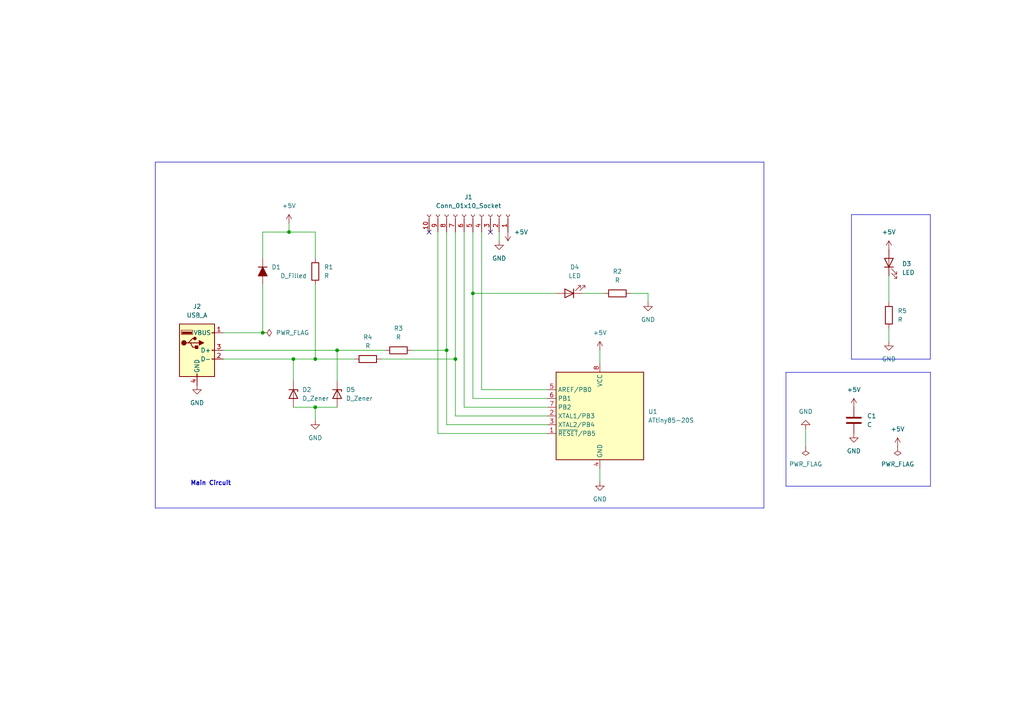
<source format=kicad_sch>
(kicad_sch
	(version 20231120)
	(generator "eeschema")
	(generator_version "8.0")
	(uuid "f2c20679-f28d-47ad-9191-2bfbde129570")
	(paper "A4")
	(title_block
		(date "2024-03-18")
		(rev "version Test2024")
		(company "UCC")
		(comment 1 "proyectoBase2024")
	)
	(lib_symbols
		(symbol "+5V_1"
			(power)
			(pin_names
				(offset 0)
			)
			(exclude_from_sim no)
			(in_bom yes)
			(on_board yes)
			(property "Reference" "#PWR"
				(at 0 -3.81 0)
				(effects
					(font
						(size 1.27 1.27)
					)
					(hide yes)
				)
			)
			(property "Value" "+5V_1"
				(at 0 3.556 0)
				(effects
					(font
						(size 1.27 1.27)
					)
				)
			)
			(property "Footprint" ""
				(at 0 0 0)
				(effects
					(font
						(size 1.27 1.27)
					)
					(hide yes)
				)
			)
			(property "Datasheet" ""
				(at 0 0 0)
				(effects
					(font
						(size 1.27 1.27)
					)
					(hide yes)
				)
			)
			(property "Description" "Power symbol creates a global label with name \"+5V\""
				(at 0 0 0)
				(effects
					(font
						(size 1.27 1.27)
					)
					(hide yes)
				)
			)
			(property "ki_keywords" "global power"
				(at 0 0 0)
				(effects
					(font
						(size 1.27 1.27)
					)
					(hide yes)
				)
			)
			(symbol "+5V_1_0_1"
				(polyline
					(pts
						(xy -0.762 1.27) (xy 0 2.54)
					)
					(stroke
						(width 0)
						(type default)
					)
					(fill
						(type none)
					)
				)
				(polyline
					(pts
						(xy 0 0) (xy 0 2.54)
					)
					(stroke
						(width 0)
						(type default)
					)
					(fill
						(type none)
					)
				)
				(polyline
					(pts
						(xy 0 2.54) (xy 0.762 1.27)
					)
					(stroke
						(width 0)
						(type default)
					)
					(fill
						(type none)
					)
				)
			)
			(symbol "+5V_1_1_1"
				(pin power_in line
					(at 0 0 90)
					(length 0) hide
					(name "+5V"
						(effects
							(font
								(size 1.27 1.27)
							)
						)
					)
					(number "1"
						(effects
							(font
								(size 1.27 1.27)
							)
						)
					)
				)
			)
		)
		(symbol "Connector:Conn_01x10_Socket"
			(pin_names
				(offset 1.016) hide)
			(exclude_from_sim no)
			(in_bom yes)
			(on_board yes)
			(property "Reference" "J"
				(at 0 12.7 0)
				(effects
					(font
						(size 1.27 1.27)
					)
				)
			)
			(property "Value" "Conn_01x10_Socket"
				(at 0 -15.24 0)
				(effects
					(font
						(size 1.27 1.27)
					)
				)
			)
			(property "Footprint" ""
				(at 0 0 0)
				(effects
					(font
						(size 1.27 1.27)
					)
					(hide yes)
				)
			)
			(property "Datasheet" "~"
				(at 0 0 0)
				(effects
					(font
						(size 1.27 1.27)
					)
					(hide yes)
				)
			)
			(property "Description" "Generic connector, single row, 01x10, script generated"
				(at 0 0 0)
				(effects
					(font
						(size 1.27 1.27)
					)
					(hide yes)
				)
			)
			(property "ki_locked" ""
				(at 0 0 0)
				(effects
					(font
						(size 1.27 1.27)
					)
				)
			)
			(property "ki_keywords" "connector"
				(at 0 0 0)
				(effects
					(font
						(size 1.27 1.27)
					)
					(hide yes)
				)
			)
			(property "ki_fp_filters" "Connector*:*_1x??_*"
				(at 0 0 0)
				(effects
					(font
						(size 1.27 1.27)
					)
					(hide yes)
				)
			)
			(symbol "Conn_01x10_Socket_1_1"
				(arc
					(start 0 -12.192)
					(mid -0.5058 -12.7)
					(end 0 -13.208)
					(stroke
						(width 0.1524)
						(type default)
					)
					(fill
						(type none)
					)
				)
				(arc
					(start 0 -9.652)
					(mid -0.5058 -10.16)
					(end 0 -10.668)
					(stroke
						(width 0.1524)
						(type default)
					)
					(fill
						(type none)
					)
				)
				(arc
					(start 0 -7.112)
					(mid -0.5058 -7.62)
					(end 0 -8.128)
					(stroke
						(width 0.1524)
						(type default)
					)
					(fill
						(type none)
					)
				)
				(arc
					(start 0 -4.572)
					(mid -0.5058 -5.08)
					(end 0 -5.588)
					(stroke
						(width 0.1524)
						(type default)
					)
					(fill
						(type none)
					)
				)
				(arc
					(start 0 -2.032)
					(mid -0.5058 -2.54)
					(end 0 -3.048)
					(stroke
						(width 0.1524)
						(type default)
					)
					(fill
						(type none)
					)
				)
				(polyline
					(pts
						(xy -1.27 -12.7) (xy -0.508 -12.7)
					)
					(stroke
						(width 0.1524)
						(type default)
					)
					(fill
						(type none)
					)
				)
				(polyline
					(pts
						(xy -1.27 -10.16) (xy -0.508 -10.16)
					)
					(stroke
						(width 0.1524)
						(type default)
					)
					(fill
						(type none)
					)
				)
				(polyline
					(pts
						(xy -1.27 -7.62) (xy -0.508 -7.62)
					)
					(stroke
						(width 0.1524)
						(type default)
					)
					(fill
						(type none)
					)
				)
				(polyline
					(pts
						(xy -1.27 -5.08) (xy -0.508 -5.08)
					)
					(stroke
						(width 0.1524)
						(type default)
					)
					(fill
						(type none)
					)
				)
				(polyline
					(pts
						(xy -1.27 -2.54) (xy -0.508 -2.54)
					)
					(stroke
						(width 0.1524)
						(type default)
					)
					(fill
						(type none)
					)
				)
				(polyline
					(pts
						(xy -1.27 0) (xy -0.508 0)
					)
					(stroke
						(width 0.1524)
						(type default)
					)
					(fill
						(type none)
					)
				)
				(polyline
					(pts
						(xy -1.27 2.54) (xy -0.508 2.54)
					)
					(stroke
						(width 0.1524)
						(type default)
					)
					(fill
						(type none)
					)
				)
				(polyline
					(pts
						(xy -1.27 5.08) (xy -0.508 5.08)
					)
					(stroke
						(width 0.1524)
						(type default)
					)
					(fill
						(type none)
					)
				)
				(polyline
					(pts
						(xy -1.27 7.62) (xy -0.508 7.62)
					)
					(stroke
						(width 0.1524)
						(type default)
					)
					(fill
						(type none)
					)
				)
				(polyline
					(pts
						(xy -1.27 10.16) (xy -0.508 10.16)
					)
					(stroke
						(width 0.1524)
						(type default)
					)
					(fill
						(type none)
					)
				)
				(arc
					(start 0 0.508)
					(mid -0.5058 0)
					(end 0 -0.508)
					(stroke
						(width 0.1524)
						(type default)
					)
					(fill
						(type none)
					)
				)
				(arc
					(start 0 3.048)
					(mid -0.5058 2.54)
					(end 0 2.032)
					(stroke
						(width 0.1524)
						(type default)
					)
					(fill
						(type none)
					)
				)
				(arc
					(start 0 5.588)
					(mid -0.5058 5.08)
					(end 0 4.572)
					(stroke
						(width 0.1524)
						(type default)
					)
					(fill
						(type none)
					)
				)
				(arc
					(start 0 8.128)
					(mid -0.5058 7.62)
					(end 0 7.112)
					(stroke
						(width 0.1524)
						(type default)
					)
					(fill
						(type none)
					)
				)
				(arc
					(start 0 10.668)
					(mid -0.5058 10.16)
					(end 0 9.652)
					(stroke
						(width 0.1524)
						(type default)
					)
					(fill
						(type none)
					)
				)
				(pin passive line
					(at -5.08 10.16 0)
					(length 3.81)
					(name "Pin_1"
						(effects
							(font
								(size 1.27 1.27)
							)
						)
					)
					(number "1"
						(effects
							(font
								(size 1.27 1.27)
							)
						)
					)
				)
				(pin passive line
					(at -5.08 -12.7 0)
					(length 3.81)
					(name "Pin_10"
						(effects
							(font
								(size 1.27 1.27)
							)
						)
					)
					(number "10"
						(effects
							(font
								(size 1.27 1.27)
							)
						)
					)
				)
				(pin passive line
					(at -5.08 7.62 0)
					(length 3.81)
					(name "Pin_2"
						(effects
							(font
								(size 1.27 1.27)
							)
						)
					)
					(number "2"
						(effects
							(font
								(size 1.27 1.27)
							)
						)
					)
				)
				(pin passive line
					(at -5.08 5.08 0)
					(length 3.81)
					(name "Pin_3"
						(effects
							(font
								(size 1.27 1.27)
							)
						)
					)
					(number "3"
						(effects
							(font
								(size 1.27 1.27)
							)
						)
					)
				)
				(pin passive line
					(at -5.08 2.54 0)
					(length 3.81)
					(name "Pin_4"
						(effects
							(font
								(size 1.27 1.27)
							)
						)
					)
					(number "4"
						(effects
							(font
								(size 1.27 1.27)
							)
						)
					)
				)
				(pin passive line
					(at -5.08 0 0)
					(length 3.81)
					(name "Pin_5"
						(effects
							(font
								(size 1.27 1.27)
							)
						)
					)
					(number "5"
						(effects
							(font
								(size 1.27 1.27)
							)
						)
					)
				)
				(pin passive line
					(at -5.08 -2.54 0)
					(length 3.81)
					(name "Pin_6"
						(effects
							(font
								(size 1.27 1.27)
							)
						)
					)
					(number "6"
						(effects
							(font
								(size 1.27 1.27)
							)
						)
					)
				)
				(pin passive line
					(at -5.08 -5.08 0)
					(length 3.81)
					(name "Pin_7"
						(effects
							(font
								(size 1.27 1.27)
							)
						)
					)
					(number "7"
						(effects
							(font
								(size 1.27 1.27)
							)
						)
					)
				)
				(pin passive line
					(at -5.08 -7.62 0)
					(length 3.81)
					(name "Pin_8"
						(effects
							(font
								(size 1.27 1.27)
							)
						)
					)
					(number "8"
						(effects
							(font
								(size 1.27 1.27)
							)
						)
					)
				)
				(pin passive line
					(at -5.08 -10.16 0)
					(length 3.81)
					(name "Pin_9"
						(effects
							(font
								(size 1.27 1.27)
							)
						)
					)
					(number "9"
						(effects
							(font
								(size 1.27 1.27)
							)
						)
					)
				)
			)
		)
		(symbol "Connector:USB_A"
			(pin_names
				(offset 1.016)
			)
			(exclude_from_sim no)
			(in_bom yes)
			(on_board yes)
			(property "Reference" "J2"
				(at 0 12.7 0)
				(effects
					(font
						(size 1.27 1.27)
					)
				)
			)
			(property "Value" "USB_A"
				(at 0 10.16 0)
				(effects
					(font
						(size 1.27 1.27)
					)
				)
			)
			(property "Footprint" ""
				(at 3.81 -1.27 0)
				(effects
					(font
						(size 1.27 1.27)
					)
					(hide yes)
				)
			)
			(property "Datasheet" " ~"
				(at 3.81 -1.27 0)
				(effects
					(font
						(size 1.27 1.27)
					)
					(hide yes)
				)
			)
			(property "Description" "USB Type A connector"
				(at 0 0 0)
				(effects
					(font
						(size 1.27 1.27)
					)
					(hide yes)
				)
			)
			(property "ki_keywords" "connector USB"
				(at 0 0 0)
				(effects
					(font
						(size 1.27 1.27)
					)
					(hide yes)
				)
			)
			(property "ki_fp_filters" "USB*"
				(at 0 0 0)
				(effects
					(font
						(size 1.27 1.27)
					)
					(hide yes)
				)
			)
			(symbol "USB_A_0_1"
				(rectangle
					(start -5.08 -7.62)
					(end 5.08 7.62)
					(stroke
						(width 0.254)
						(type default)
					)
					(fill
						(type background)
					)
				)
				(circle
					(center -3.81 2.159)
					(radius 0.635)
					(stroke
						(width 0.254)
						(type default)
					)
					(fill
						(type outline)
					)
				)
				(rectangle
					(start -1.524 4.826)
					(end -4.318 5.334)
					(stroke
						(width 0)
						(type default)
					)
					(fill
						(type outline)
					)
				)
				(rectangle
					(start -1.27 4.572)
					(end -4.572 5.842)
					(stroke
						(width 0)
						(type default)
					)
					(fill
						(type none)
					)
				)
				(circle
					(center -0.635 3.429)
					(radius 0.381)
					(stroke
						(width 0.254)
						(type default)
					)
					(fill
						(type outline)
					)
				)
				(rectangle
					(start -0.127 -7.62)
					(end 0.127 -6.858)
					(stroke
						(width 0)
						(type default)
					)
					(fill
						(type none)
					)
				)
				(polyline
					(pts
						(xy -3.175 2.159) (xy -2.54 2.159) (xy -1.27 3.429) (xy -0.635 3.429)
					)
					(stroke
						(width 0.254)
						(type default)
					)
					(fill
						(type none)
					)
				)
				(polyline
					(pts
						(xy -2.54 2.159) (xy -1.905 2.159) (xy -1.27 0.889) (xy 0 0.889)
					)
					(stroke
						(width 0.254)
						(type default)
					)
					(fill
						(type none)
					)
				)
				(polyline
					(pts
						(xy 0.635 2.794) (xy 0.635 1.524) (xy 1.905 2.159) (xy 0.635 2.794)
					)
					(stroke
						(width 0.254)
						(type default)
					)
					(fill
						(type outline)
					)
				)
				(rectangle
					(start 0.254 1.27)
					(end -0.508 0.508)
					(stroke
						(width 0.254)
						(type default)
					)
					(fill
						(type outline)
					)
				)
				(rectangle
					(start 5.08 -2.667)
					(end 4.318 -2.413)
					(stroke
						(width 0)
						(type default)
					)
					(fill
						(type none)
					)
				)
				(rectangle
					(start 5.08 -0.127)
					(end 4.318 0.127)
					(stroke
						(width 0)
						(type default)
					)
					(fill
						(type none)
					)
				)
				(rectangle
					(start 5.08 4.953)
					(end 4.318 5.207)
					(stroke
						(width 0)
						(type default)
					)
					(fill
						(type none)
					)
				)
			)
			(symbol "USB_A_1_1"
				(polyline
					(pts
						(xy -1.905 2.159) (xy 0.635 2.159)
					)
					(stroke
						(width 0.254)
						(type default)
					)
					(fill
						(type none)
					)
				)
				(pin power_in line
					(at 7.62 5.08 180)
					(length 2.54)
					(name "VBUS"
						(effects
							(font
								(size 1.27 1.27)
							)
						)
					)
					(number "1"
						(effects
							(font
								(size 1.27 1.27)
							)
						)
					)
				)
				(pin bidirectional line
					(at 7.62 -2.54 180)
					(length 2.54)
					(name "D-"
						(effects
							(font
								(size 1.27 1.27)
							)
						)
					)
					(number "2"
						(effects
							(font
								(size 1.27 1.27)
							)
						)
					)
				)
				(pin bidirectional line
					(at 7.62 0 180)
					(length 2.54)
					(name "D+"
						(effects
							(font
								(size 1.27 1.27)
							)
						)
					)
					(number "3"
						(effects
							(font
								(size 1.27 1.27)
							)
						)
					)
				)
				(pin power_in line
					(at 0 -10.16 90)
					(length 2.54)
					(name "GND"
						(effects
							(font
								(size 1.27 1.27)
							)
						)
					)
					(number "4"
						(effects
							(font
								(size 1.27 1.27)
							)
						)
					)
				)
			)
		)
		(symbol "D_Filled_1"
			(pin_numbers hide)
			(pin_names
				(offset 1.016) hide)
			(exclude_from_sim no)
			(in_bom yes)
			(on_board yes)
			(property "Reference" "D"
				(at 0 2.54 0)
				(effects
					(font
						(size 1.27 1.27)
					)
				)
			)
			(property "Value" "D_Filled"
				(at 0 -2.54 0)
				(effects
					(font
						(size 1.27 1.27)
					)
				)
			)
			(property "Footprint" ""
				(at 0 0 0)
				(effects
					(font
						(size 1.27 1.27)
					)
					(hide yes)
				)
			)
			(property "Datasheet" "~"
				(at 0 0 0)
				(effects
					(font
						(size 1.27 1.27)
					)
					(hide yes)
				)
			)
			(property "Description" "Diode, filled shape"
				(at 0 0 0)
				(effects
					(font
						(size 1.27 1.27)
					)
					(hide yes)
				)
			)
			(property "Sim.Device" "D"
				(at 0 0 0)
				(effects
					(font
						(size 1.27 1.27)
					)
					(hide yes)
				)
			)
			(property "Sim.Pins" "1=K 2=A"
				(at 0 0 0)
				(effects
					(font
						(size 1.27 1.27)
					)
					(hide yes)
				)
			)
			(property "ki_keywords" "diode"
				(at 0 0 0)
				(effects
					(font
						(size 1.27 1.27)
					)
					(hide yes)
				)
			)
			(property "ki_fp_filters" "TO-???* *_Diode_* *SingleDiode* D_*"
				(at 0 0 0)
				(effects
					(font
						(size 1.27 1.27)
					)
					(hide yes)
				)
			)
			(symbol "D_Filled_1_0_1"
				(polyline
					(pts
						(xy -1.27 1.27) (xy -1.27 -1.27)
					)
					(stroke
						(width 0.254)
						(type default)
					)
					(fill
						(type none)
					)
				)
				(polyline
					(pts
						(xy 1.27 0) (xy -1.27 0)
					)
					(stroke
						(width 0)
						(type default)
					)
					(fill
						(type none)
					)
				)
				(polyline
					(pts
						(xy 1.27 1.27) (xy 1.27 -1.27) (xy -1.27 0) (xy 1.27 1.27)
					)
					(stroke
						(width 0.254)
						(type default)
					)
					(fill
						(type outline)
					)
				)
			)
			(symbol "D_Filled_1_1_1"
				(pin passive line
					(at -3.81 0 0)
					(length 2.54)
					(name "K"
						(effects
							(font
								(size 1.27 1.27)
							)
						)
					)
					(number "1"
						(effects
							(font
								(size 1.27 1.27)
							)
						)
					)
				)
				(pin passive line
					(at 3.81 0 180)
					(length 2.54)
					(name "A"
						(effects
							(font
								(size 1.27 1.27)
							)
						)
					)
					(number "2"
						(effects
							(font
								(size 1.27 1.27)
							)
						)
					)
				)
			)
		)
		(symbol "Device:C"
			(pin_numbers hide)
			(pin_names
				(offset 0.254)
			)
			(exclude_from_sim no)
			(in_bom yes)
			(on_board yes)
			(property "Reference" "C"
				(at 0.635 2.54 0)
				(effects
					(font
						(size 1.27 1.27)
					)
					(justify left)
				)
			)
			(property "Value" "C"
				(at 0.635 -2.54 0)
				(effects
					(font
						(size 1.27 1.27)
					)
					(justify left)
				)
			)
			(property "Footprint" ""
				(at 0.9652 -3.81 0)
				(effects
					(font
						(size 1.27 1.27)
					)
					(hide yes)
				)
			)
			(property "Datasheet" "~"
				(at 0 0 0)
				(effects
					(font
						(size 1.27 1.27)
					)
					(hide yes)
				)
			)
			(property "Description" "Unpolarized capacitor"
				(at 0 0 0)
				(effects
					(font
						(size 1.27 1.27)
					)
					(hide yes)
				)
			)
			(property "ki_keywords" "cap capacitor"
				(at 0 0 0)
				(effects
					(font
						(size 1.27 1.27)
					)
					(hide yes)
				)
			)
			(property "ki_fp_filters" "C_*"
				(at 0 0 0)
				(effects
					(font
						(size 1.27 1.27)
					)
					(hide yes)
				)
			)
			(symbol "C_0_1"
				(polyline
					(pts
						(xy -2.032 -0.762) (xy 2.032 -0.762)
					)
					(stroke
						(width 0.508)
						(type default)
					)
					(fill
						(type none)
					)
				)
				(polyline
					(pts
						(xy -2.032 0.762) (xy 2.032 0.762)
					)
					(stroke
						(width 0.508)
						(type default)
					)
					(fill
						(type none)
					)
				)
			)
			(symbol "C_1_1"
				(pin passive line
					(at 0 3.81 270)
					(length 2.794)
					(name "~"
						(effects
							(font
								(size 1.27 1.27)
							)
						)
					)
					(number "1"
						(effects
							(font
								(size 1.27 1.27)
							)
						)
					)
				)
				(pin passive line
					(at 0 -3.81 90)
					(length 2.794)
					(name "~"
						(effects
							(font
								(size 1.27 1.27)
							)
						)
					)
					(number "2"
						(effects
							(font
								(size 1.27 1.27)
							)
						)
					)
				)
			)
		)
		(symbol "Device:D_Zener"
			(pin_numbers hide)
			(pin_names
				(offset 1.016) hide)
			(exclude_from_sim no)
			(in_bom yes)
			(on_board yes)
			(property "Reference" "D"
				(at 0 2.54 0)
				(effects
					(font
						(size 1.27 1.27)
					)
				)
			)
			(property "Value" "D_Zener"
				(at 0 -2.54 0)
				(effects
					(font
						(size 1.27 1.27)
					)
				)
			)
			(property "Footprint" ""
				(at 0 0 0)
				(effects
					(font
						(size 1.27 1.27)
					)
					(hide yes)
				)
			)
			(property "Datasheet" "~"
				(at 0 0 0)
				(effects
					(font
						(size 1.27 1.27)
					)
					(hide yes)
				)
			)
			(property "Description" "Zener diode"
				(at 0 0 0)
				(effects
					(font
						(size 1.27 1.27)
					)
					(hide yes)
				)
			)
			(property "ki_keywords" "diode"
				(at 0 0 0)
				(effects
					(font
						(size 1.27 1.27)
					)
					(hide yes)
				)
			)
			(property "ki_fp_filters" "TO-???* *_Diode_* *SingleDiode* D_*"
				(at 0 0 0)
				(effects
					(font
						(size 1.27 1.27)
					)
					(hide yes)
				)
			)
			(symbol "D_Zener_0_1"
				(polyline
					(pts
						(xy 1.27 0) (xy -1.27 0)
					)
					(stroke
						(width 0)
						(type default)
					)
					(fill
						(type none)
					)
				)
				(polyline
					(pts
						(xy -1.27 -1.27) (xy -1.27 1.27) (xy -0.762 1.27)
					)
					(stroke
						(width 0.254)
						(type default)
					)
					(fill
						(type none)
					)
				)
				(polyline
					(pts
						(xy 1.27 -1.27) (xy 1.27 1.27) (xy -1.27 0) (xy 1.27 -1.27)
					)
					(stroke
						(width 0.254)
						(type default)
					)
					(fill
						(type none)
					)
				)
			)
			(symbol "D_Zener_1_1"
				(pin passive line
					(at -3.81 0 0)
					(length 2.54)
					(name "K"
						(effects
							(font
								(size 1.27 1.27)
							)
						)
					)
					(number "1"
						(effects
							(font
								(size 1.27 1.27)
							)
						)
					)
				)
				(pin passive line
					(at 3.81 0 180)
					(length 2.54)
					(name "A"
						(effects
							(font
								(size 1.27 1.27)
							)
						)
					)
					(number "2"
						(effects
							(font
								(size 1.27 1.27)
							)
						)
					)
				)
			)
		)
		(symbol "Device:LED"
			(pin_numbers hide)
			(pin_names
				(offset 1.016) hide)
			(exclude_from_sim no)
			(in_bom yes)
			(on_board yes)
			(property "Reference" "D"
				(at 0 2.54 0)
				(effects
					(font
						(size 1.27 1.27)
					)
				)
			)
			(property "Value" "LED"
				(at 0 -2.54 0)
				(effects
					(font
						(size 1.27 1.27)
					)
				)
			)
			(property "Footprint" ""
				(at 0 0 0)
				(effects
					(font
						(size 1.27 1.27)
					)
					(hide yes)
				)
			)
			(property "Datasheet" "~"
				(at 0 0 0)
				(effects
					(font
						(size 1.27 1.27)
					)
					(hide yes)
				)
			)
			(property "Description" "Light emitting diode"
				(at 0 0 0)
				(effects
					(font
						(size 1.27 1.27)
					)
					(hide yes)
				)
			)
			(property "ki_keywords" "LED diode"
				(at 0 0 0)
				(effects
					(font
						(size 1.27 1.27)
					)
					(hide yes)
				)
			)
			(property "ki_fp_filters" "LED* LED_SMD:* LED_THT:*"
				(at 0 0 0)
				(effects
					(font
						(size 1.27 1.27)
					)
					(hide yes)
				)
			)
			(symbol "LED_0_1"
				(polyline
					(pts
						(xy -1.27 -1.27) (xy -1.27 1.27)
					)
					(stroke
						(width 0.254)
						(type default)
					)
					(fill
						(type none)
					)
				)
				(polyline
					(pts
						(xy -1.27 0) (xy 1.27 0)
					)
					(stroke
						(width 0)
						(type default)
					)
					(fill
						(type none)
					)
				)
				(polyline
					(pts
						(xy 1.27 -1.27) (xy 1.27 1.27) (xy -1.27 0) (xy 1.27 -1.27)
					)
					(stroke
						(width 0.254)
						(type default)
					)
					(fill
						(type none)
					)
				)
				(polyline
					(pts
						(xy -3.048 -0.762) (xy -4.572 -2.286) (xy -3.81 -2.286) (xy -4.572 -2.286) (xy -4.572 -1.524)
					)
					(stroke
						(width 0)
						(type default)
					)
					(fill
						(type none)
					)
				)
				(polyline
					(pts
						(xy -1.778 -0.762) (xy -3.302 -2.286) (xy -2.54 -2.286) (xy -3.302 -2.286) (xy -3.302 -1.524)
					)
					(stroke
						(width 0)
						(type default)
					)
					(fill
						(type none)
					)
				)
			)
			(symbol "LED_1_1"
				(pin passive line
					(at -3.81 0 0)
					(length 2.54)
					(name "K"
						(effects
							(font
								(size 1.27 1.27)
							)
						)
					)
					(number "1"
						(effects
							(font
								(size 1.27 1.27)
							)
						)
					)
				)
				(pin passive line
					(at 3.81 0 180)
					(length 2.54)
					(name "A"
						(effects
							(font
								(size 1.27 1.27)
							)
						)
					)
					(number "2"
						(effects
							(font
								(size 1.27 1.27)
							)
						)
					)
				)
			)
		)
		(symbol "Device:R"
			(pin_numbers hide)
			(pin_names
				(offset 0)
			)
			(exclude_from_sim no)
			(in_bom yes)
			(on_board yes)
			(property "Reference" "R"
				(at 2.032 0 90)
				(effects
					(font
						(size 1.27 1.27)
					)
				)
			)
			(property "Value" "R"
				(at 0 0 90)
				(effects
					(font
						(size 1.27 1.27)
					)
				)
			)
			(property "Footprint" ""
				(at -1.778 0 90)
				(effects
					(font
						(size 1.27 1.27)
					)
					(hide yes)
				)
			)
			(property "Datasheet" "~"
				(at 0 0 0)
				(effects
					(font
						(size 1.27 1.27)
					)
					(hide yes)
				)
			)
			(property "Description" "Resistor"
				(at 0 0 0)
				(effects
					(font
						(size 1.27 1.27)
					)
					(hide yes)
				)
			)
			(property "ki_keywords" "R res resistor"
				(at 0 0 0)
				(effects
					(font
						(size 1.27 1.27)
					)
					(hide yes)
				)
			)
			(property "ki_fp_filters" "R_*"
				(at 0 0 0)
				(effects
					(font
						(size 1.27 1.27)
					)
					(hide yes)
				)
			)
			(symbol "R_0_1"
				(rectangle
					(start -1.016 -2.54)
					(end 1.016 2.54)
					(stroke
						(width 0.254)
						(type default)
					)
					(fill
						(type none)
					)
				)
			)
			(symbol "R_1_1"
				(pin passive line
					(at 0 3.81 270)
					(length 1.27)
					(name "~"
						(effects
							(font
								(size 1.27 1.27)
							)
						)
					)
					(number "1"
						(effects
							(font
								(size 1.27 1.27)
							)
						)
					)
				)
				(pin passive line
					(at 0 -3.81 90)
					(length 1.27)
					(name "~"
						(effects
							(font
								(size 1.27 1.27)
							)
						)
					)
					(number "2"
						(effects
							(font
								(size 1.27 1.27)
							)
						)
					)
				)
			)
		)
		(symbol "GND_1"
			(power)
			(pin_names
				(offset 0)
			)
			(exclude_from_sim no)
			(in_bom yes)
			(on_board yes)
			(property "Reference" "#PWR"
				(at 0 -6.35 0)
				(effects
					(font
						(size 1.27 1.27)
					)
					(hide yes)
				)
			)
			(property "Value" "GND_1"
				(at 0 -3.81 0)
				(effects
					(font
						(size 1.27 1.27)
					)
				)
			)
			(property "Footprint" ""
				(at 0 0 0)
				(effects
					(font
						(size 1.27 1.27)
					)
					(hide yes)
				)
			)
			(property "Datasheet" ""
				(at 0 0 0)
				(effects
					(font
						(size 1.27 1.27)
					)
					(hide yes)
				)
			)
			(property "Description" "Power symbol creates a global label with name \"GND\" , ground"
				(at 0 0 0)
				(effects
					(font
						(size 1.27 1.27)
					)
					(hide yes)
				)
			)
			(property "ki_keywords" "global power"
				(at 0 0 0)
				(effects
					(font
						(size 1.27 1.27)
					)
					(hide yes)
				)
			)
			(symbol "GND_1_0_1"
				(polyline
					(pts
						(xy 0 0) (xy 0 -1.27) (xy 1.27 -1.27) (xy 0 -2.54) (xy -1.27 -1.27) (xy 0 -1.27)
					)
					(stroke
						(width 0)
						(type default)
					)
					(fill
						(type none)
					)
				)
			)
			(symbol "GND_1_1_1"
				(pin power_in line
					(at 0 0 270)
					(length 0) hide
					(name "GND"
						(effects
							(font
								(size 1.27 1.27)
							)
						)
					)
					(number "1"
						(effects
							(font
								(size 1.27 1.27)
							)
						)
					)
				)
			)
		)
		(symbol "MCU_Microchip_ATtiny:ATtiny85-20S"
			(exclude_from_sim no)
			(in_bom yes)
			(on_board yes)
			(property "Reference" "U"
				(at -12.7 13.97 0)
				(effects
					(font
						(size 1.27 1.27)
					)
					(justify left bottom)
				)
			)
			(property "Value" "ATtiny85-20S"
				(at 2.54 -13.97 0)
				(effects
					(font
						(size 1.27 1.27)
					)
					(justify left top)
				)
			)
			(property "Footprint" "Package_SO:SOIC-8W_5.3x5.3mm_P1.27mm"
				(at 0 0 0)
				(effects
					(font
						(size 1.27 1.27)
						(italic yes)
					)
					(hide yes)
				)
			)
			(property "Datasheet" "http://ww1.microchip.com/downloads/en/DeviceDoc/atmel-2586-avr-8-bit-microcontroller-attiny25-attiny45-attiny85_datasheet.pdf"
				(at 0 0 0)
				(effects
					(font
						(size 1.27 1.27)
					)
					(hide yes)
				)
			)
			(property "Description" "20MHz, 8kB Flash, 512B SRAM, 512B EEPROM, debugWIRE, SOIC-8W"
				(at 0 0 0)
				(effects
					(font
						(size 1.27 1.27)
					)
					(hide yes)
				)
			)
			(property "ki_keywords" "AVR 8bit Microcontroller tinyAVR"
				(at 0 0 0)
				(effects
					(font
						(size 1.27 1.27)
					)
					(hide yes)
				)
			)
			(property "ki_fp_filters" "SOIC*5.3x5.3mm*P1.27mm*"
				(at 0 0 0)
				(effects
					(font
						(size 1.27 1.27)
					)
					(hide yes)
				)
			)
			(symbol "ATtiny85-20S_0_1"
				(rectangle
					(start -12.7 -12.7)
					(end 12.7 12.7)
					(stroke
						(width 0.254)
						(type default)
					)
					(fill
						(type background)
					)
				)
			)
			(symbol "ATtiny85-20S_1_1"
				(pin bidirectional line
					(at 15.24 -5.08 180)
					(length 2.54)
					(name "~{RESET}/PB5"
						(effects
							(font
								(size 1.27 1.27)
							)
						)
					)
					(number "1"
						(effects
							(font
								(size 1.27 1.27)
							)
						)
					)
				)
				(pin bidirectional line
					(at 15.24 0 180)
					(length 2.54)
					(name "XTAL1/PB3"
						(effects
							(font
								(size 1.27 1.27)
							)
						)
					)
					(number "2"
						(effects
							(font
								(size 1.27 1.27)
							)
						)
					)
				)
				(pin bidirectional line
					(at 15.24 -2.54 180)
					(length 2.54)
					(name "XTAL2/PB4"
						(effects
							(font
								(size 1.27 1.27)
							)
						)
					)
					(number "3"
						(effects
							(font
								(size 1.27 1.27)
							)
						)
					)
				)
				(pin power_in line
					(at 0 -15.24 90)
					(length 2.54)
					(name "GND"
						(effects
							(font
								(size 1.27 1.27)
							)
						)
					)
					(number "4"
						(effects
							(font
								(size 1.27 1.27)
							)
						)
					)
				)
				(pin bidirectional line
					(at 15.24 7.62 180)
					(length 2.54)
					(name "AREF/PB0"
						(effects
							(font
								(size 1.27 1.27)
							)
						)
					)
					(number "5"
						(effects
							(font
								(size 1.27 1.27)
							)
						)
					)
				)
				(pin bidirectional line
					(at 15.24 5.08 180)
					(length 2.54)
					(name "PB1"
						(effects
							(font
								(size 1.27 1.27)
							)
						)
					)
					(number "6"
						(effects
							(font
								(size 1.27 1.27)
							)
						)
					)
				)
				(pin bidirectional line
					(at 15.24 2.54 180)
					(length 2.54)
					(name "PB2"
						(effects
							(font
								(size 1.27 1.27)
							)
						)
					)
					(number "7"
						(effects
							(font
								(size 1.27 1.27)
							)
						)
					)
				)
				(pin power_in line
					(at 0 15.24 270)
					(length 2.54)
					(name "VCC"
						(effects
							(font
								(size 1.27 1.27)
							)
						)
					)
					(number "8"
						(effects
							(font
								(size 1.27 1.27)
							)
						)
					)
				)
			)
		)
		(symbol "PWR_FLAG_1"
			(power)
			(pin_numbers hide)
			(pin_names
				(offset 0) hide)
			(exclude_from_sim no)
			(in_bom yes)
			(on_board yes)
			(property "Reference" "#FLG"
				(at 0 1.905 0)
				(effects
					(font
						(size 1.27 1.27)
					)
					(hide yes)
				)
			)
			(property "Value" "PWR_FLAG_1"
				(at 0 3.81 0)
				(effects
					(font
						(size 1.27 1.27)
					)
				)
			)
			(property "Footprint" ""
				(at 0 0 0)
				(effects
					(font
						(size 1.27 1.27)
					)
					(hide yes)
				)
			)
			(property "Datasheet" "~"
				(at 0 0 0)
				(effects
					(font
						(size 1.27 1.27)
					)
					(hide yes)
				)
			)
			(property "Description" "Special symbol for telling ERC where power comes from"
				(at 0 0 0)
				(effects
					(font
						(size 1.27 1.27)
					)
					(hide yes)
				)
			)
			(property "ki_keywords" "flag power"
				(at 0 0 0)
				(effects
					(font
						(size 1.27 1.27)
					)
					(hide yes)
				)
			)
			(symbol "PWR_FLAG_1_0_0"
				(pin power_out line
					(at 0 0 90)
					(length 0)
					(name "pwr"
						(effects
							(font
								(size 1.27 1.27)
							)
						)
					)
					(number "1"
						(effects
							(font
								(size 1.27 1.27)
							)
						)
					)
				)
			)
			(symbol "PWR_FLAG_1_0_1"
				(polyline
					(pts
						(xy 0 0) (xy 0 1.27) (xy -1.016 1.905) (xy 0 2.54) (xy 1.016 1.905) (xy 0 1.27)
					)
					(stroke
						(width 0)
						(type default)
					)
					(fill
						(type none)
					)
				)
			)
		)
	)
	(junction
		(at 129.54 101.6)
		(diameter 0)
		(color 0 0 0 0)
		(uuid "1fc63490-80dd-4b4f-aa7a-8f7fc203f538")
	)
	(junction
		(at 137.16 85.09)
		(diameter 0)
		(color 0 0 0 0)
		(uuid "3abbfe9a-ba93-4605-8165-4de8c79344a1")
	)
	(junction
		(at 85.09 104.14)
		(diameter 0)
		(color 0 0 0 0)
		(uuid "3f5d60f6-19e5-42e1-9702-876af4b634c2")
	)
	(junction
		(at 83.82 67.31)
		(diameter 0)
		(color 0 0 0 0)
		(uuid "45e23898-725d-4312-9589-842bbc39b85b")
	)
	(junction
		(at 76.2 96.52)
		(diameter 0)
		(color 0 0 0 0)
		(uuid "69835e3a-1d10-452f-ac89-92736348c595")
	)
	(junction
		(at 91.44 104.14)
		(diameter 0)
		(color 0 0 0 0)
		(uuid "a3521521-1f28-4cc2-b00d-f17229e47c07")
	)
	(junction
		(at 132.08 104.14)
		(diameter 0)
		(color 0 0 0 0)
		(uuid "caaa4751-0798-4f96-bbc3-2058313dfa93")
	)
	(junction
		(at 91.44 118.11)
		(diameter 0)
		(color 0 0 0 0)
		(uuid "ef7e7062-7c32-4dac-8fc8-a2af384df523")
	)
	(junction
		(at 97.79 101.6)
		(diameter 0)
		(color 0 0 0 0)
		(uuid "f0cb1275-78b4-4f1d-bac0-43598e66318e")
	)
	(no_connect
		(at 142.24 67.31)
		(uuid "196babba-5737-4429-a0d2-cb645a414904")
	)
	(no_connect
		(at 124.46 67.31)
		(uuid "b97b47aa-a04a-4754-9dcd-5e32028ad5d6")
	)
	(wire
		(pts
			(xy 132.08 67.31) (xy 132.08 104.14)
		)
		(stroke
			(width 0)
			(type default)
		)
		(uuid "037f3f62-4e3f-4e65-bb30-fce737f2f1c9")
	)
	(wire
		(pts
			(xy 119.38 101.6) (xy 129.54 101.6)
		)
		(stroke
			(width 0)
			(type default)
		)
		(uuid "07593d01-1935-49f3-9973-50894adc2430")
	)
	(wire
		(pts
			(xy 144.78 67.31) (xy 144.78 69.85)
		)
		(stroke
			(width 0)
			(type default)
		)
		(uuid "09ddc677-9484-42f8-8ee9-ddbd4687f766")
	)
	(wire
		(pts
			(xy 139.7 113.03) (xy 158.75 113.03)
		)
		(stroke
			(width 0)
			(type default)
		)
		(uuid "0b8ed412-786f-4fe3-86ea-267aef8a3dcb")
	)
	(wire
		(pts
			(xy 85.09 104.14) (xy 91.44 104.14)
		)
		(stroke
			(width 0)
			(type default)
		)
		(uuid "0bd73fc0-3a7d-4c7f-bc02-04876b829bc5")
	)
	(wire
		(pts
			(xy 129.54 67.31) (xy 129.54 101.6)
		)
		(stroke
			(width 0)
			(type default)
		)
		(uuid "104b42ae-c82a-4a31-9eb8-3b1e10b10453")
	)
	(polyline
		(pts
			(xy 45.0342 147.3454) (xy 45.0342 47.0154)
		)
		(stroke
			(width 0)
			(type default)
		)
		(uuid "12c67071-fe67-4f47-a0ca-3ef1ab2bc966")
	)
	(wire
		(pts
			(xy 91.44 118.11) (xy 91.44 121.92)
		)
		(stroke
			(width 0)
			(type default)
		)
		(uuid "157af319-9c49-4f57-9919-ce9da60c4427")
	)
	(polyline
		(pts
			(xy 221.5642 47.0154) (xy 221.5642 147.3454)
		)
		(stroke
			(width 0)
			(type default)
		)
		(uuid "1f5f82f7-3c3e-40e2-9a00-ce83a042d5ac")
	)
	(wire
		(pts
			(xy 91.44 118.11) (xy 97.79 118.11)
		)
		(stroke
			(width 0)
			(type default)
		)
		(uuid "206169ac-d929-40d3-86cc-5d66233d2bf4")
	)
	(wire
		(pts
			(xy 91.44 82.55) (xy 91.44 104.14)
		)
		(stroke
			(width 0)
			(type default)
		)
		(uuid "211b427f-95bc-45f7-adea-8aa6d129fa5d")
	)
	(wire
		(pts
			(xy 76.2 82.55) (xy 76.2 96.52)
		)
		(stroke
			(width 0)
			(type default)
		)
		(uuid "2168ff4a-0a09-4a9d-8192-7742691065fe")
	)
	(wire
		(pts
			(xy 187.96 85.09) (xy 187.96 87.63)
		)
		(stroke
			(width 0)
			(type default)
		)
		(uuid "21e4704b-fd9b-4eb5-bd32-cfc4f220dda7")
	)
	(wire
		(pts
			(xy 132.08 104.14) (xy 132.08 120.65)
		)
		(stroke
			(width 0)
			(type default)
		)
		(uuid "23a04316-81bd-429d-9d42-90eb0f219706")
	)
	(wire
		(pts
			(xy 257.81 80.01) (xy 257.81 87.63)
		)
		(stroke
			(width 0)
			(type default)
		)
		(uuid "35d6f7d3-2e54-4652-80e6-a9f94f79a81a")
	)
	(wire
		(pts
			(xy 134.62 118.11) (xy 158.75 118.11)
		)
		(stroke
			(width 0)
			(type default)
		)
		(uuid "3b984315-b4c8-4372-8ebe-fdad1115d11b")
	)
	(wire
		(pts
			(xy 83.82 64.77) (xy 83.82 67.31)
		)
		(stroke
			(width 0)
			(type default)
		)
		(uuid "410248ad-2904-4812-8d85-850535af93ee")
	)
	(wire
		(pts
			(xy 76.2 67.31) (xy 76.2 74.93)
		)
		(stroke
			(width 0)
			(type default)
		)
		(uuid "4c2df597-1210-449c-9045-650fb6953e19")
	)
	(wire
		(pts
			(xy 139.7 67.31) (xy 139.7 113.03)
		)
		(stroke
			(width 0)
			(type default)
		)
		(uuid "4e44c5cf-f3d1-4cdf-b528-7e9d1db01a31")
	)
	(polyline
		(pts
			(xy 269.8242 62.2554) (xy 269.8242 104.1654)
		)
		(stroke
			(width 0)
			(type default)
		)
		(uuid "4eb3e81b-c3fe-4e85-853e-9ce32520e02d")
	)
	(wire
		(pts
			(xy 127 67.31) (xy 127 125.73)
		)
		(stroke
			(width 0)
			(type default)
		)
		(uuid "55bcb941-9856-4d52-b716-43cd51f59745")
	)
	(wire
		(pts
			(xy 173.99 101.6) (xy 173.99 105.41)
		)
		(stroke
			(width 0)
			(type default)
		)
		(uuid "57c7f23a-02ad-4bfb-86e0-bdab5556af48")
	)
	(wire
		(pts
			(xy 257.81 99.06) (xy 257.81 95.25)
		)
		(stroke
			(width 0)
			(type default)
		)
		(uuid "5d36198c-2320-40be-8317-1c8d228de41a")
	)
	(wire
		(pts
			(xy 129.54 123.19) (xy 158.75 123.19)
		)
		(stroke
			(width 0)
			(type default)
		)
		(uuid "5ed17747-9d17-45bb-aa3c-003e3efef1a6")
	)
	(polyline
		(pts
			(xy 227.965 108.0008) (xy 269.875 108.0008)
		)
		(stroke
			(width 0)
			(type default)
		)
		(uuid "654c2277-b153-442b-b460-0cc1001e1bfe")
	)
	(wire
		(pts
			(xy 110.49 104.14) (xy 132.08 104.14)
		)
		(stroke
			(width 0)
			(type default)
		)
		(uuid "6554253f-8036-469d-beed-d8a74446ae1f")
	)
	(wire
		(pts
			(xy 91.44 74.93) (xy 91.44 67.31)
		)
		(stroke
			(width 0)
			(type default)
		)
		(uuid "665d1084-3d66-40eb-90e9-0b52b7697f60")
	)
	(wire
		(pts
			(xy 137.16 85.09) (xy 161.29 85.09)
		)
		(stroke
			(width 0)
			(type default)
		)
		(uuid "67e1befb-4fab-4bcb-9c80-3ca46188fa33")
	)
	(wire
		(pts
			(xy 233.68 124.46) (xy 233.68 129.54)
		)
		(stroke
			(width 0)
			(type default)
		)
		(uuid "6e3beffe-69de-4deb-ad2b-49e3d3549901")
	)
	(polyline
		(pts
			(xy 269.8242 104.1654) (xy 246.9642 104.1654)
		)
		(stroke
			(width 0)
			(type default)
		)
		(uuid "73b21d52-5af1-4324-ac82-7fc4e93bc07a")
	)
	(polyline
		(pts
			(xy 227.965 141.0208) (xy 227.965 108.0008)
		)
		(stroke
			(width 0)
			(type default)
		)
		(uuid "7b5ddeea-8245-4000-8222-3f545ae9a1f4")
	)
	(wire
		(pts
			(xy 137.16 85.09) (xy 137.16 115.57)
		)
		(stroke
			(width 0)
			(type default)
		)
		(uuid "7da86bd2-3f6a-4d36-82fc-816654ce6897")
	)
	(polyline
		(pts
			(xy 221.5642 147.3454) (xy 45.0342 147.3454)
		)
		(stroke
			(width 0)
			(type default)
		)
		(uuid "7ebb2a4f-8cb5-40c6-9206-e43704b68921")
	)
	(wire
		(pts
			(xy 137.16 67.31) (xy 137.16 85.09)
		)
		(stroke
			(width 0)
			(type default)
		)
		(uuid "7f3d4b75-338e-4bcd-ae1f-467277807283")
	)
	(wire
		(pts
			(xy 64.77 101.6) (xy 97.79 101.6)
		)
		(stroke
			(width 0)
			(type default)
		)
		(uuid "8a2104d3-22e4-45a0-a941-d6a91b8bb64c")
	)
	(wire
		(pts
			(xy 91.44 67.31) (xy 83.82 67.31)
		)
		(stroke
			(width 0)
			(type default)
		)
		(uuid "8de918df-97f3-401f-978b-270bad6ea405")
	)
	(wire
		(pts
			(xy 182.88 85.09) (xy 187.96 85.09)
		)
		(stroke
			(width 0)
			(type default)
		)
		(uuid "90ee68e8-108d-4e07-83ad-1a70de73689d")
	)
	(wire
		(pts
			(xy 97.79 101.6) (xy 111.76 101.6)
		)
		(stroke
			(width 0)
			(type default)
		)
		(uuid "9a585fb4-1049-4e71-bb89-953d6706c3c4")
	)
	(wire
		(pts
			(xy 127 125.73) (xy 158.75 125.73)
		)
		(stroke
			(width 0)
			(type default)
		)
		(uuid "a557c694-5338-4f61-a2b1-ab15141e974d")
	)
	(wire
		(pts
			(xy 91.44 104.14) (xy 102.87 104.14)
		)
		(stroke
			(width 0)
			(type default)
		)
		(uuid "acc87851-7b8c-4ad6-9bec-ce73742d3022")
	)
	(wire
		(pts
			(xy 83.82 67.31) (xy 76.2 67.31)
		)
		(stroke
			(width 0)
			(type default)
		)
		(uuid "b11c46b5-30da-4c8b-87c3-78881e57a632")
	)
	(wire
		(pts
			(xy 129.54 101.6) (xy 129.54 123.19)
		)
		(stroke
			(width 0)
			(type default)
		)
		(uuid "c12056ae-7428-4b15-81e9-491336f8d516")
	)
	(polyline
		(pts
			(xy 246.9642 104.1654) (xy 246.9642 62.2554)
		)
		(stroke
			(width 0)
			(type default)
		)
		(uuid "c289a2e8-800f-459f-8e02-e4181254dd67")
	)
	(polyline
		(pts
			(xy 246.9642 62.2554) (xy 269.8242 62.2554)
		)
		(stroke
			(width 0)
			(type default)
		)
		(uuid "c5196035-626d-4878-af78-a964605d27be")
	)
	(wire
		(pts
			(xy 173.99 135.89) (xy 173.99 139.7)
		)
		(stroke
			(width 0)
			(type default)
		)
		(uuid "c9f0cd01-97a2-4980-ab06-aa2c2e7c4d87")
	)
	(wire
		(pts
			(xy 85.09 118.11) (xy 91.44 118.11)
		)
		(stroke
			(width 0)
			(type default)
		)
		(uuid "ca3b2e61-bb4a-4593-a655-28db3bd87490")
	)
	(wire
		(pts
			(xy 97.79 101.6) (xy 97.79 110.49)
		)
		(stroke
			(width 0)
			(type default)
		)
		(uuid "de2acd48-c5c7-479c-8574-e5141e9fb79a")
	)
	(wire
		(pts
			(xy 64.77 96.52) (xy 76.2 96.52)
		)
		(stroke
			(width 0)
			(type default)
		)
		(uuid "de3a6562-f88a-447b-84a9-0755b1bc4755")
	)
	(wire
		(pts
			(xy 168.91 85.09) (xy 175.26 85.09)
		)
		(stroke
			(width 0)
			(type default)
		)
		(uuid "e2ff82d1-3e61-44c6-af02-ff3ede5ecd6f")
	)
	(polyline
		(pts
			(xy 269.875 108.0008) (xy 269.875 141.0208)
		)
		(stroke
			(width 0)
			(type default)
		)
		(uuid "eaa8bceb-f274-422b-90fd-fe4877b72009")
	)
	(wire
		(pts
			(xy 137.16 115.57) (xy 158.75 115.57)
		)
		(stroke
			(width 0)
			(type default)
		)
		(uuid "eae7c358-c523-4aac-9d22-d43acba8d862")
	)
	(polyline
		(pts
			(xy 45.0342 47.0154) (xy 221.5642 47.0154)
		)
		(stroke
			(width 0)
			(type default)
		)
		(uuid "ed367599-b43c-449a-9a14-78d4b79558be")
	)
	(wire
		(pts
			(xy 134.62 67.31) (xy 134.62 118.11)
		)
		(stroke
			(width 0)
			(type default)
		)
		(uuid "edba561a-0d0c-44ae-9672-4dba69a57f5f")
	)
	(wire
		(pts
			(xy 85.09 104.14) (xy 85.09 110.49)
		)
		(stroke
			(width 0)
			(type default)
		)
		(uuid "f28705cf-dfe1-49d9-a8e1-3daf93806284")
	)
	(polyline
		(pts
			(xy 269.875 141.0208) (xy 227.965 141.0208)
		)
		(stroke
			(width 0)
			(type default)
		)
		(uuid "f518fdf6-0ceb-48a0-bbc6-ad5fd27a602e")
	)
	(wire
		(pts
			(xy 64.77 104.14) (xy 85.09 104.14)
		)
		(stroke
			(width 0)
			(type default)
		)
		(uuid "f7a2c839-c974-4e21-818c-48b86837d896")
	)
	(wire
		(pts
			(xy 132.08 120.65) (xy 158.75 120.65)
		)
		(stroke
			(width 0)
			(type default)
		)
		(uuid "fde5ddd4-0c43-4ce7-9702-dd1206ed4194")
	)
	(text "Main Circuit"
		(exclude_from_sim no)
		(at 55.1942 140.9954 0)
		(effects
			(font
				(size 1.27 1.27)
				(thickness 0.254)
				(bold yes)
			)
			(justify left bottom)
		)
		(uuid "39ea4496-1b44-485f-ab4a-73accbcc9f99")
	)
	(symbol
		(lib_name "GND_1")
		(lib_id "power:GND")
		(at 233.68 124.46 180)
		(unit 1)
		(exclude_from_sim no)
		(in_bom yes)
		(on_board yes)
		(dnp no)
		(fields_autoplaced yes)
		(uuid "00e3933a-1d62-4a0e-87db-6444c44338c6")
		(property "Reference" "#PWR013"
			(at 233.68 118.11 0)
			(effects
				(font
					(size 1.27 1.27)
				)
				(hide yes)
			)
		)
		(property "Value" "GND"
			(at 233.68 119.38 0)
			(effects
				(font
					(size 1.27 1.27)
				)
			)
		)
		(property "Footprint" ""
			(at 233.68 124.46 0)
			(effects
				(font
					(size 1.27 1.27)
				)
				(hide yes)
			)
		)
		(property "Datasheet" ""
			(at 233.68 124.46 0)
			(effects
				(font
					(size 1.27 1.27)
				)
				(hide yes)
			)
		)
		(property "Description" ""
			(at 233.68 124.46 0)
			(effects
				(font
					(size 1.27 1.27)
				)
				(hide yes)
			)
		)
		(pin "1"
			(uuid "473a2277-80fe-469e-9252-0ca67c33a7cf")
		)
		(instances
			(project "UccMicroDuino"
				(path "/f2c20679-f28d-47ad-9191-2bfbde129570"
					(reference "#PWR013")
					(unit 1)
				)
			)
		)
	)
	(symbol
		(lib_id "Device:LED")
		(at 257.81 76.2 90)
		(unit 1)
		(exclude_from_sim no)
		(in_bom yes)
		(on_board yes)
		(dnp no)
		(fields_autoplaced yes)
		(uuid "10997108-4d28-41d5-89fd-26fd3e77510d")
		(property "Reference" "D3"
			(at 261.62 76.5174 90)
			(effects
				(font
					(size 1.27 1.27)
				)
				(justify right)
			)
		)
		(property "Value" "LED"
			(at 261.62 79.0574 90)
			(effects
				(font
					(size 1.27 1.27)
				)
				(justify right)
			)
		)
		(property "Footprint" "ledSmd:ledSMD"
			(at 257.81 76.2 0)
			(effects
				(font
					(size 1.27 1.27)
				)
				(hide yes)
			)
		)
		(property "Datasheet" "~"
			(at 257.81 76.2 0)
			(effects
				(font
					(size 1.27 1.27)
				)
				(hide yes)
			)
		)
		(property "Description" ""
			(at 257.81 76.2 0)
			(effects
				(font
					(size 1.27 1.27)
				)
				(hide yes)
			)
		)
		(pin "1"
			(uuid "5fdbb483-66f9-4384-8395-149ad1d2495b")
		)
		(pin "2"
			(uuid "d69da8c4-b4ec-4af5-a00c-745dacc97d94")
		)
		(instances
			(project "UccMicroDuino"
				(path "/f2c20679-f28d-47ad-9191-2bfbde129570"
					(reference "D3")
					(unit 1)
				)
			)
		)
	)
	(symbol
		(lib_name "GND_1")
		(lib_id "power:GND")
		(at 91.44 121.92 0)
		(unit 1)
		(exclude_from_sim no)
		(in_bom yes)
		(on_board yes)
		(dnp no)
		(fields_autoplaced yes)
		(uuid "150072a1-150e-4ae4-8305-e27438c120ba")
		(property "Reference" "#PWR08"
			(at 91.44 128.27 0)
			(effects
				(font
					(size 1.27 1.27)
				)
				(hide yes)
			)
		)
		(property "Value" "GND"
			(at 91.44 127 0)
			(effects
				(font
					(size 1.27 1.27)
				)
			)
		)
		(property "Footprint" ""
			(at 91.44 121.92 0)
			(effects
				(font
					(size 1.27 1.27)
				)
				(hide yes)
			)
		)
		(property "Datasheet" ""
			(at 91.44 121.92 0)
			(effects
				(font
					(size 1.27 1.27)
				)
				(hide yes)
			)
		)
		(property "Description" ""
			(at 91.44 121.92 0)
			(effects
				(font
					(size 1.27 1.27)
				)
				(hide yes)
			)
		)
		(pin "1"
			(uuid "6e0d248e-a6e9-4c1e-9574-cede97ec868b")
		)
		(instances
			(project "UccMicroDuino"
				(path "/f2c20679-f28d-47ad-9191-2bfbde129570"
					(reference "#PWR08")
					(unit 1)
				)
			)
		)
	)
	(symbol
		(lib_name "+5V_1")
		(lib_id "power:+5V")
		(at 257.81 72.39 0)
		(unit 1)
		(exclude_from_sim no)
		(in_bom yes)
		(on_board yes)
		(dnp no)
		(fields_autoplaced yes)
		(uuid "162412b0-4bc7-4857-914b-c86478c52cbe")
		(property "Reference" "#PWR010"
			(at 257.81 76.2 0)
			(effects
				(font
					(size 1.27 1.27)
				)
				(hide yes)
			)
		)
		(property "Value" "+5V"
			(at 257.81 67.31 0)
			(effects
				(font
					(size 1.27 1.27)
				)
			)
		)
		(property "Footprint" ""
			(at 257.81 72.39 0)
			(effects
				(font
					(size 1.27 1.27)
				)
				(hide yes)
			)
		)
		(property "Datasheet" ""
			(at 257.81 72.39 0)
			(effects
				(font
					(size 1.27 1.27)
				)
				(hide yes)
			)
		)
		(property "Description" ""
			(at 257.81 72.39 0)
			(effects
				(font
					(size 1.27 1.27)
				)
				(hide yes)
			)
		)
		(pin "1"
			(uuid "e2f37f48-4d72-47af-9b0c-3adff97b21b7")
		)
		(instances
			(project "UccMicroDuino"
				(path "/f2c20679-f28d-47ad-9191-2bfbde129570"
					(reference "#PWR010")
					(unit 1)
				)
			)
		)
	)
	(symbol
		(lib_id "Device:R")
		(at 91.44 78.74 0)
		(unit 1)
		(exclude_from_sim no)
		(in_bom yes)
		(on_board yes)
		(dnp no)
		(fields_autoplaced yes)
		(uuid "1ad09e81-a9e6-4168-ab8f-f6dc88a2ffca")
		(property "Reference" "R1"
			(at 93.98 77.47 0)
			(effects
				(font
					(size 1.27 1.27)
				)
				(justify left)
			)
		)
		(property "Value" "R"
			(at 93.98 80.01 0)
			(effects
				(font
					(size 1.27 1.27)
				)
				(justify left)
			)
		)
		(property "Footprint" "Resistor_SMD:R_0805_2012Metric_Pad1.20x1.40mm_HandSolder"
			(at 89.662 78.74 90)
			(effects
				(font
					(size 1.27 1.27)
				)
				(hide yes)
			)
		)
		(property "Datasheet" "~"
			(at 91.44 78.74 0)
			(effects
				(font
					(size 1.27 1.27)
				)
				(hide yes)
			)
		)
		(property "Description" ""
			(at 91.44 78.74 0)
			(effects
				(font
					(size 1.27 1.27)
				)
				(hide yes)
			)
		)
		(pin "1"
			(uuid "4e7abc82-5fea-48c4-8ea1-9a8328442143")
		)
		(pin "2"
			(uuid "3db91e4f-0f11-4f40-b079-d1b1281a631f")
		)
		(instances
			(project "Clase 1"
				(path "/e763c805-2d98-46c7-a7c5-10a127323b27"
					(reference "R1")
					(unit 1)
				)
			)
			(project "UccMicroDuino"
				(path "/f2c20679-f28d-47ad-9191-2bfbde129570"
					(reference "R1")
					(unit 1)
				)
			)
		)
	)
	(symbol
		(lib_id "Device:D_Zener")
		(at 85.09 114.3 270)
		(unit 1)
		(exclude_from_sim no)
		(in_bom yes)
		(on_board yes)
		(dnp no)
		(fields_autoplaced yes)
		(uuid "25411291-d1c6-47f7-b371-c9e89490bee3")
		(property "Reference" "D1"
			(at 87.63 113.03 90)
			(effects
				(font
					(size 1.27 1.27)
				)
				(justify left)
			)
		)
		(property "Value" "D_Zener"
			(at 87.63 115.57 90)
			(effects
				(font
					(size 1.27 1.27)
				)
				(justify left)
			)
		)
		(property "Footprint" "Diode_SMD:D_SOD-123"
			(at 85.09 114.3 0)
			(effects
				(font
					(size 1.27 1.27)
				)
				(hide yes)
			)
		)
		(property "Datasheet" "~"
			(at 85.09 114.3 0)
			(effects
				(font
					(size 1.27 1.27)
				)
				(hide yes)
			)
		)
		(property "Description" ""
			(at 85.09 114.3 0)
			(effects
				(font
					(size 1.27 1.27)
				)
				(hide yes)
			)
		)
		(pin "1"
			(uuid "c2a5c4c6-90e3-41f9-bb4f-be5a750c86cd")
		)
		(pin "2"
			(uuid "82b98da4-5a87-49ee-9494-960aaf8dd2a7")
		)
		(instances
			(project "Clase 1"
				(path "/e763c805-2d98-46c7-a7c5-10a127323b27"
					(reference "D1")
					(unit 1)
				)
			)
			(project "UccMicroDuino"
				(path "/f2c20679-f28d-47ad-9191-2bfbde129570"
					(reference "D2")
					(unit 1)
				)
			)
		)
	)
	(symbol
		(lib_name "PWR_FLAG_1")
		(lib_id "power:PWR_FLAG")
		(at 233.68 129.54 180)
		(unit 1)
		(exclude_from_sim no)
		(in_bom yes)
		(on_board yes)
		(dnp no)
		(fields_autoplaced yes)
		(uuid "2e04aa29-226d-4217-b786-079a7bbcca42")
		(property "Reference" "#FLG03"
			(at 233.68 131.445 0)
			(effects
				(font
					(size 1.27 1.27)
				)
				(hide yes)
			)
		)
		(property "Value" "PWR_FLAG"
			(at 233.68 134.62 0)
			(effects
				(font
					(size 1.27 1.27)
				)
			)
		)
		(property "Footprint" ""
			(at 233.68 129.54 0)
			(effects
				(font
					(size 1.27 1.27)
				)
				(hide yes)
			)
		)
		(property "Datasheet" "~"
			(at 233.68 129.54 0)
			(effects
				(font
					(size 1.27 1.27)
				)
				(hide yes)
			)
		)
		(property "Description" ""
			(at 233.68 129.54 0)
			(effects
				(font
					(size 1.27 1.27)
				)
				(hide yes)
			)
		)
		(pin "1"
			(uuid "f9d76170-d904-40db-bdbd-1a0d7d4e229d")
		)
		(instances
			(project "UccMicroDuino"
				(path "/f2c20679-f28d-47ad-9191-2bfbde129570"
					(reference "#FLG03")
					(unit 1)
				)
			)
		)
	)
	(symbol
		(lib_id "MCU_Microchip_ATtiny:ATtiny85-20S")
		(at 173.99 120.65 0)
		(mirror y)
		(unit 1)
		(exclude_from_sim no)
		(in_bom yes)
		(on_board yes)
		(dnp no)
		(uuid "333f0dac-2da2-4252-b55d-20da165172bb")
		(property "Reference" "U2"
			(at 187.96 119.38 0)
			(effects
				(font
					(size 1.27 1.27)
				)
				(justify right)
			)
		)
		(property "Value" "ATtiny85-20S"
			(at 187.96 121.92 0)
			(effects
				(font
					(size 1.27 1.27)
				)
				(justify right)
			)
		)
		(property "Footprint" "Package_SO:SOIC-8W_5.3x5.3mm_P1.27mm"
			(at 173.99 120.65 0)
			(effects
				(font
					(size 1.27 1.27)
					(italic yes)
				)
				(hide yes)
			)
		)
		(property "Datasheet" "http://ww1.microchip.com/downloads/en/DeviceDoc/atmel-2586-avr-8-bit-microcontroller-attiny25-attiny45-attiny85_datasheet.pdf"
			(at 173.99 120.65 0)
			(effects
				(font
					(size 1.27 1.27)
				)
				(hide yes)
			)
		)
		(property "Description" ""
			(at 173.99 120.65 0)
			(effects
				(font
					(size 1.27 1.27)
				)
				(hide yes)
			)
		)
		(pin "1"
			(uuid "f2c6d99f-a285-4a32-9cf2-5bf45904140f")
		)
		(pin "2"
			(uuid "b9f90a70-edd7-4fde-a922-a51230db7c64")
		)
		(pin "3"
			(uuid "54d1a8d6-83c8-4e70-8a22-6566cdd95966")
		)
		(pin "4"
			(uuid "5f554262-1a2a-4923-a8d6-fc00c2151943")
		)
		(pin "5"
			(uuid "ef4cd162-704a-4bac-864e-d0916bfe95c8")
		)
		(pin "6"
			(uuid "e0e0d17a-c138-4d68-a5f5-9153c0e1693f")
		)
		(pin "7"
			(uuid "9186f3a7-8d84-48cb-88f1-ea069232b715")
		)
		(pin "8"
			(uuid "3b673756-5089-4995-a6dc-25a2b5f6e068")
		)
		(instances
			(project "Clase 1"
				(path "/e763c805-2d98-46c7-a7c5-10a127323b27"
					(reference "U2")
					(unit 1)
				)
			)
			(project "UccMicroDuino"
				(path "/f2c20679-f28d-47ad-9191-2bfbde129570"
					(reference "U1")
					(unit 1)
				)
			)
		)
	)
	(symbol
		(lib_id "Connector:Conn_01x10_Socket")
		(at 137.16 62.23 270)
		(mirror x)
		(unit 1)
		(exclude_from_sim no)
		(in_bom yes)
		(on_board yes)
		(dnp no)
		(uuid "43f917b8-7bd2-489e-9718-7e0381f2a8f7")
		(property "Reference" "J2"
			(at 135.89 57.15 90)
			(effects
				(font
					(size 1.27 1.27)
				)
			)
		)
		(property "Value" "Conn_01x10_Socket"
			(at 135.89 59.69 90)
			(effects
				(font
					(size 1.27 1.27)
				)
			)
		)
		(property "Footprint" "Connector_PinHeader_2.54mm:PinHeader_1x10_P2.54mm_Vertical"
			(at 137.16 62.23 0)
			(effects
				(font
					(size 1.27 1.27)
				)
				(hide yes)
			)
		)
		(property "Datasheet" "~"
			(at 137.16 62.23 0)
			(effects
				(font
					(size 1.27 1.27)
				)
				(hide yes)
			)
		)
		(property "Description" ""
			(at 137.16 62.23 0)
			(effects
				(font
					(size 1.27 1.27)
				)
				(hide yes)
			)
		)
		(pin "1"
			(uuid "1ad0d284-548c-4c27-9f7e-6f1172cb046b")
		)
		(pin "10"
			(uuid "e88daa34-602c-4e83-9427-aa0dd966ad52")
		)
		(pin "2"
			(uuid "e12f72ec-aa3b-41cf-891c-1a1f2a061f30")
		)
		(pin "3"
			(uuid "cba46278-8e26-49e2-8a18-5c836a1efa69")
		)
		(pin "4"
			(uuid "c31609c3-304a-459d-9a65-5e52e0cdc51e")
		)
		(pin "5"
			(uuid "475d861d-1e74-4dcb-8bc4-ca5faa9d7e3c")
		)
		(pin "6"
			(uuid "fd1a89f4-a391-4977-947d-86409a468e99")
		)
		(pin "7"
			(uuid "4c7918ac-0fb5-45a4-a45d-18f6587b7827")
		)
		(pin "8"
			(uuid "6e9bf377-8b2f-4ca8-9138-4ed8fc92d4db")
		)
		(pin "9"
			(uuid "128fffcc-ce30-4610-bcf0-b122dc043ef6")
		)
		(instances
			(project "Clase 1"
				(path "/e763c805-2d98-46c7-a7c5-10a127323b27"
					(reference "J2")
					(unit 1)
				)
			)
			(project "UccMicroDuino"
				(path "/f2c20679-f28d-47ad-9191-2bfbde129570"
					(reference "J1")
					(unit 1)
				)
			)
		)
	)
	(symbol
		(lib_id "Device:R")
		(at 115.57 101.6 270)
		(unit 1)
		(exclude_from_sim no)
		(in_bom yes)
		(on_board yes)
		(dnp no)
		(fields_autoplaced yes)
		(uuid "451e91b8-8d94-4505-b17a-75c12a233ff1")
		(property "Reference" "R3"
			(at 115.57 95.25 90)
			(effects
				(font
					(size 1.27 1.27)
				)
			)
		)
		(property "Value" "R"
			(at 115.57 97.79 90)
			(effects
				(font
					(size 1.27 1.27)
				)
			)
		)
		(property "Footprint" "Resistor_SMD:R_0805_2012Metric_Pad1.20x1.40mm_HandSolder"
			(at 115.57 99.822 90)
			(effects
				(font
					(size 1.27 1.27)
				)
				(hide yes)
			)
		)
		(property "Datasheet" "~"
			(at 115.57 101.6 0)
			(effects
				(font
					(size 1.27 1.27)
				)
				(hide yes)
			)
		)
		(property "Description" ""
			(at 115.57 101.6 0)
			(effects
				(font
					(size 1.27 1.27)
				)
				(hide yes)
			)
		)
		(pin "1"
			(uuid "e1b8f3cb-f2e5-4478-9d0a-c264faaaf56e")
		)
		(pin "2"
			(uuid "dfe14408-bca9-4889-8cd8-852aca438ec9")
		)
		(instances
			(project "UccMicroDuino"
				(path "/f2c20679-f28d-47ad-9191-2bfbde129570"
					(reference "R3")
					(unit 1)
				)
			)
		)
	)
	(symbol
		(lib_id "Device:LED")
		(at 165.1 85.09 180)
		(unit 1)
		(exclude_from_sim no)
		(in_bom yes)
		(on_board yes)
		(dnp no)
		(fields_autoplaced yes)
		(uuid "49441bad-82ca-47f9-b023-d0462560c8ae")
		(property "Reference" "D4"
			(at 166.6875 77.47 0)
			(effects
				(font
					(size 1.27 1.27)
				)
			)
		)
		(property "Value" "LED"
			(at 166.6875 80.01 0)
			(effects
				(font
					(size 1.27 1.27)
				)
			)
		)
		(property "Footprint" "ledSmd:ledSMD"
			(at 165.1 85.09 0)
			(effects
				(font
					(size 1.27 1.27)
				)
				(hide yes)
			)
		)
		(property "Datasheet" "~"
			(at 165.1 85.09 0)
			(effects
				(font
					(size 1.27 1.27)
				)
				(hide yes)
			)
		)
		(property "Description" ""
			(at 165.1 85.09 0)
			(effects
				(font
					(size 1.27 1.27)
				)
				(hide yes)
			)
		)
		(pin "1"
			(uuid "943b8247-a58a-4649-9afb-b7e10493d51c")
		)
		(pin "2"
			(uuid "512330d1-d2da-4ab2-a2b4-e2d97e8898cd")
		)
		(instances
			(project "UccMicroDuino"
				(path "/f2c20679-f28d-47ad-9191-2bfbde129570"
					(reference "D4")
					(unit 1)
				)
			)
		)
	)
	(symbol
		(lib_name "PWR_FLAG_1")
		(lib_id "power:PWR_FLAG")
		(at 76.2 96.52 270)
		(unit 1)
		(exclude_from_sim no)
		(in_bom yes)
		(on_board yes)
		(dnp no)
		(fields_autoplaced yes)
		(uuid "49fc92b4-28bb-410a-802d-2152d1c93b0d")
		(property "Reference" "#FLG02"
			(at 78.105 96.52 0)
			(effects
				(font
					(size 1.27 1.27)
				)
				(hide yes)
			)
		)
		(property "Value" "PWR_FLAG"
			(at 80.01 96.5199 90)
			(effects
				(font
					(size 1.27 1.27)
				)
				(justify left)
			)
		)
		(property "Footprint" ""
			(at 76.2 96.52 0)
			(effects
				(font
					(size 1.27 1.27)
				)
				(hide yes)
			)
		)
		(property "Datasheet" "~"
			(at 76.2 96.52 0)
			(effects
				(font
					(size 1.27 1.27)
				)
				(hide yes)
			)
		)
		(property "Description" ""
			(at 76.2 96.52 0)
			(effects
				(font
					(size 1.27 1.27)
				)
				(hide yes)
			)
		)
		(pin "1"
			(uuid "80b08540-bb28-4931-98de-b1716fd072d2")
		)
		(instances
			(project "Clase 1"
				(path "/e763c805-2d98-46c7-a7c5-10a127323b27"
					(reference "#FLG02")
					(unit 1)
				)
			)
			(project "UccMicroDuino"
				(path "/f2c20679-f28d-47ad-9191-2bfbde129570"
					(reference "#FLG01")
					(unit 1)
				)
			)
		)
	)
	(symbol
		(lib_id "Device:R")
		(at 257.81 91.44 180)
		(unit 1)
		(exclude_from_sim no)
		(in_bom yes)
		(on_board yes)
		(dnp no)
		(fields_autoplaced yes)
		(uuid "50a925e8-03ea-44ff-896c-201d3deca7b1")
		(property "Reference" "R5"
			(at 260.35 90.1699 0)
			(effects
				(font
					(size 1.27 1.27)
				)
				(justify right)
			)
		)
		(property "Value" "R"
			(at 260.35 92.7099 0)
			(effects
				(font
					(size 1.27 1.27)
				)
				(justify right)
			)
		)
		(property "Footprint" ""
			(at 259.588 91.44 90)
			(effects
				(font
					(size 1.27 1.27)
				)
				(hide yes)
			)
		)
		(property "Datasheet" "~"
			(at 257.81 91.44 0)
			(effects
				(font
					(size 1.27 1.27)
				)
				(hide yes)
			)
		)
		(property "Description" "Resistor"
			(at 257.81 91.44 0)
			(effects
				(font
					(size 1.27 1.27)
				)
				(hide yes)
			)
		)
		(pin "1"
			(uuid "04532be6-4fcb-4bb5-bacc-3946d4eded3e")
		)
		(pin "2"
			(uuid "fb4aa4fc-2917-46f6-bfc8-52f8eaba580e")
		)
		(instances
			(project "UccMicroDuino"
				(path "/f2c20679-f28d-47ad-9191-2bfbde129570"
					(reference "R5")
					(unit 1)
				)
			)
		)
	)
	(symbol
		(lib_name "GND_1")
		(lib_id "power:GND")
		(at 173.99 139.7 0)
		(unit 1)
		(exclude_from_sim no)
		(in_bom yes)
		(on_board yes)
		(dnp no)
		(fields_autoplaced yes)
		(uuid "540b2c46-2909-4691-b65e-c80f712fe82a")
		(property "Reference" "#PWR06"
			(at 173.99 146.05 0)
			(effects
				(font
					(size 1.27 1.27)
				)
				(hide yes)
			)
		)
		(property "Value" "GND"
			(at 173.99 144.78 0)
			(effects
				(font
					(size 1.27 1.27)
				)
			)
		)
		(property "Footprint" ""
			(at 173.99 139.7 0)
			(effects
				(font
					(size 1.27 1.27)
				)
				(hide yes)
			)
		)
		(property "Datasheet" ""
			(at 173.99 139.7 0)
			(effects
				(font
					(size 1.27 1.27)
				)
				(hide yes)
			)
		)
		(property "Description" ""
			(at 173.99 139.7 0)
			(effects
				(font
					(size 1.27 1.27)
				)
				(hide yes)
			)
		)
		(pin "1"
			(uuid "1e8c88a5-b6a0-4fea-ba36-8a328c5d5b37")
		)
		(instances
			(project "UccMicroDuino"
				(path "/f2c20679-f28d-47ad-9191-2bfbde129570"
					(reference "#PWR06")
					(unit 1)
				)
			)
		)
	)
	(symbol
		(lib_name "GND_1")
		(lib_id "power:GND")
		(at 187.96 87.63 0)
		(unit 1)
		(exclude_from_sim no)
		(in_bom yes)
		(on_board yes)
		(dnp no)
		(fields_autoplaced yes)
		(uuid "685a6234-608b-4cb0-b600-c429db4c1cc4")
		(property "Reference" "#PWR07"
			(at 187.96 93.98 0)
			(effects
				(font
					(size 1.27 1.27)
				)
				(hide yes)
			)
		)
		(property "Value" "GND"
			(at 187.96 92.71 0)
			(effects
				(font
					(size 1.27 1.27)
				)
			)
		)
		(property "Footprint" ""
			(at 187.96 87.63 0)
			(effects
				(font
					(size 1.27 1.27)
				)
				(hide yes)
			)
		)
		(property "Datasheet" ""
			(at 187.96 87.63 0)
			(effects
				(font
					(size 1.27 1.27)
				)
				(hide yes)
			)
		)
		(property "Description" ""
			(at 187.96 87.63 0)
			(effects
				(font
					(size 1.27 1.27)
				)
				(hide yes)
			)
		)
		(pin "1"
			(uuid "e53a1f48-6ec6-42e8-a8cb-c53d217ffb4f")
		)
		(instances
			(project "UccMicroDuino"
				(path "/f2c20679-f28d-47ad-9191-2bfbde129570"
					(reference "#PWR07")
					(unit 1)
				)
			)
		)
	)
	(symbol
		(lib_id "Connector:USB_A")
		(at 57.15 101.6 0)
		(unit 1)
		(exclude_from_sim no)
		(in_bom yes)
		(on_board yes)
		(dnp no)
		(fields_autoplaced yes)
		(uuid "77930420-63c6-4391-9ed3-fb6ce2bbc1cf")
		(property "Reference" "J2"
			(at 57.15 88.9 0)
			(effects
				(font
					(size 1.27 1.27)
				)
			)
		)
		(property "Value" "USB_A"
			(at 57.15 91.44 0)
			(effects
				(font
					(size 1.27 1.27)
				)
			)
		)
		(property "Footprint" "embeddedPcbUsb:USB_A_UCC"
			(at 60.96 102.87 0)
			(effects
				(font
					(size 1.27 1.27)
				)
				(hide yes)
			)
		)
		(property "Datasheet" " ~"
			(at 60.96 102.87 0)
			(effects
				(font
					(size 1.27 1.27)
				)
				(hide yes)
			)
		)
		(property "Description" ""
			(at 57.15 101.6 0)
			(effects
				(font
					(size 1.27 1.27)
				)
				(hide yes)
			)
		)
		(pin "1"
			(uuid "ff904247-26ce-4f0e-a3b3-f0df86b727d4")
		)
		(pin "2"
			(uuid "7ea7030c-cc1f-469a-aa2a-a3c9f7f708eb")
		)
		(pin "3"
			(uuid "7ecf172f-b592-4cb3-9fad-7d589b618936")
		)
		(pin "4"
			(uuid "25ea8e71-f8e0-42bf-9ee7-9fb4d26ecea3")
		)
		(instances
			(project "UccMicroDuino"
				(path "/f2c20679-f28d-47ad-9191-2bfbde129570"
					(reference "J2")
					(unit 1)
				)
			)
		)
	)
	(symbol
		(lib_name "GND_1")
		(lib_id "power:GND")
		(at 257.81 99.06 0)
		(unit 1)
		(exclude_from_sim no)
		(in_bom yes)
		(on_board yes)
		(dnp no)
		(fields_autoplaced yes)
		(uuid "7da3696d-6381-4689-aac1-5b0136450b8e")
		(property "Reference" "#PWR01"
			(at 257.81 105.41 0)
			(effects
				(font
					(size 1.27 1.27)
				)
				(hide yes)
			)
		)
		(property "Value" "GND"
			(at 257.81 104.14 0)
			(effects
				(font
					(size 1.27 1.27)
				)
			)
		)
		(property "Footprint" ""
			(at 257.81 99.06 0)
			(effects
				(font
					(size 1.27 1.27)
				)
				(hide yes)
			)
		)
		(property "Datasheet" ""
			(at 257.81 99.06 0)
			(effects
				(font
					(size 1.27 1.27)
				)
				(hide yes)
			)
		)
		(property "Description" ""
			(at 257.81 99.06 0)
			(effects
				(font
					(size 1.27 1.27)
				)
				(hide yes)
			)
		)
		(pin "1"
			(uuid "72bacb11-7a6e-4402-9004-64ea7ce7ef8c")
		)
		(instances
			(project "Clase 1"
				(path "/e763c805-2d98-46c7-a7c5-10a127323b27"
					(reference "#PWR01")
					(unit 1)
				)
			)
			(project "UccMicroDuino"
				(path "/f2c20679-f28d-47ad-9191-2bfbde129570"
					(reference "#PWR02")
					(unit 1)
				)
			)
		)
	)
	(symbol
		(lib_name "GND_1")
		(lib_id "power:GND")
		(at 144.78 69.85 0)
		(unit 1)
		(exclude_from_sim no)
		(in_bom yes)
		(on_board yes)
		(dnp no)
		(fields_autoplaced yes)
		(uuid "87beedb8-bfbf-406f-be5e-1d3cb503540d")
		(property "Reference" "#PWR03"
			(at 144.78 76.2 0)
			(effects
				(font
					(size 1.27 1.27)
				)
				(hide yes)
			)
		)
		(property "Value" "GND"
			(at 144.78 74.93 0)
			(effects
				(font
					(size 1.27 1.27)
				)
			)
		)
		(property "Footprint" ""
			(at 144.78 69.85 0)
			(effects
				(font
					(size 1.27 1.27)
				)
				(hide yes)
			)
		)
		(property "Datasheet" ""
			(at 144.78 69.85 0)
			(effects
				(font
					(size 1.27 1.27)
				)
				(hide yes)
			)
		)
		(property "Description" ""
			(at 144.78 69.85 0)
			(effects
				(font
					(size 1.27 1.27)
				)
				(hide yes)
			)
		)
		(pin "1"
			(uuid "034fde09-75b1-472c-88a3-7663c5ccb94f")
		)
		(instances
			(project "UccMicroDuino"
				(path "/f2c20679-f28d-47ad-9191-2bfbde129570"
					(reference "#PWR03")
					(unit 1)
				)
			)
		)
	)
	(symbol
		(lib_name "+5V_1")
		(lib_id "power:+5V")
		(at 83.82 64.77 0)
		(unit 1)
		(exclude_from_sim no)
		(in_bom yes)
		(on_board yes)
		(dnp no)
		(fields_autoplaced yes)
		(uuid "9ba0b043-84e1-417b-8bdb-24206e617e59")
		(property "Reference" "#PWR03"
			(at 83.82 68.58 0)
			(effects
				(font
					(size 1.27 1.27)
				)
				(hide yes)
			)
		)
		(property "Value" "+5V"
			(at 83.82 59.69 0)
			(effects
				(font
					(size 1.27 1.27)
				)
			)
		)
		(property "Footprint" ""
			(at 83.82 64.77 0)
			(effects
				(font
					(size 1.27 1.27)
				)
				(hide yes)
			)
		)
		(property "Datasheet" ""
			(at 83.82 64.77 0)
			(effects
				(font
					(size 1.27 1.27)
				)
				(hide yes)
			)
		)
		(property "Description" ""
			(at 83.82 64.77 0)
			(effects
				(font
					(size 1.27 1.27)
				)
				(hide yes)
			)
		)
		(pin "1"
			(uuid "9d43e0d7-9ccb-444f-9b1a-41336065e22f")
		)
		(instances
			(project "Clase 1"
				(path "/e763c805-2d98-46c7-a7c5-10a127323b27"
					(reference "#PWR03")
					(unit 1)
				)
			)
			(project "UccMicroDuino"
				(path "/f2c20679-f28d-47ad-9191-2bfbde129570"
					(reference "#PWR01")
					(unit 1)
				)
			)
		)
	)
	(symbol
		(lib_name "+5V_1")
		(lib_id "power:+5V")
		(at 247.65 118.11 0)
		(unit 1)
		(exclude_from_sim no)
		(in_bom yes)
		(on_board yes)
		(dnp no)
		(fields_autoplaced yes)
		(uuid "9d0e7647-61a7-40c5-9958-6f2c94df7f5b")
		(property "Reference" "#PWR011"
			(at 247.65 121.92 0)
			(effects
				(font
					(size 1.27 1.27)
				)
				(hide yes)
			)
		)
		(property "Value" "+5V"
			(at 247.65 113.03 0)
			(effects
				(font
					(size 1.27 1.27)
				)
			)
		)
		(property "Footprint" ""
			(at 247.65 118.11 0)
			(effects
				(font
					(size 1.27 1.27)
				)
				(hide yes)
			)
		)
		(property "Datasheet" ""
			(at 247.65 118.11 0)
			(effects
				(font
					(size 1.27 1.27)
				)
				(hide yes)
			)
		)
		(property "Description" ""
			(at 247.65 118.11 0)
			(effects
				(font
					(size 1.27 1.27)
				)
				(hide yes)
			)
		)
		(pin "1"
			(uuid "423570e0-3bc0-4113-92b3-d7c2cfc3012a")
		)
		(instances
			(project "UccMicroDuino"
				(path "/f2c20679-f28d-47ad-9191-2bfbde129570"
					(reference "#PWR011")
					(unit 1)
				)
			)
		)
	)
	(symbol
		(lib_name "+5V_1")
		(lib_id "power:+5V")
		(at 260.35 129.54 0)
		(unit 1)
		(exclude_from_sim no)
		(in_bom yes)
		(on_board yes)
		(dnp no)
		(fields_autoplaced yes)
		(uuid "9e4ccaf4-4a24-4f9f-b3b8-f1e42bd2b997")
		(property "Reference" "#PWR014"
			(at 260.35 133.35 0)
			(effects
				(font
					(size 1.27 1.27)
				)
				(hide yes)
			)
		)
		(property "Value" "+5V"
			(at 260.35 124.46 0)
			(effects
				(font
					(size 1.27 1.27)
				)
			)
		)
		(property "Footprint" ""
			(at 260.35 129.54 0)
			(effects
				(font
					(size 1.27 1.27)
				)
				(hide yes)
			)
		)
		(property "Datasheet" ""
			(at 260.35 129.54 0)
			(effects
				(font
					(size 1.27 1.27)
				)
				(hide yes)
			)
		)
		(property "Description" ""
			(at 260.35 129.54 0)
			(effects
				(font
					(size 1.27 1.27)
				)
				(hide yes)
			)
		)
		(pin "1"
			(uuid "cff544da-0030-4c03-a37d-254c0107670e")
		)
		(instances
			(project "UccMicroDuino"
				(path "/f2c20679-f28d-47ad-9191-2bfbde129570"
					(reference "#PWR014")
					(unit 1)
				)
			)
		)
	)
	(symbol
		(lib_name "+5V_1")
		(lib_id "power:+5V")
		(at 173.99 101.6 0)
		(unit 1)
		(exclude_from_sim no)
		(in_bom yes)
		(on_board yes)
		(dnp no)
		(fields_autoplaced yes)
		(uuid "ab18f8b1-7ed6-4e68-a2f5-313f16dfcf14")
		(property "Reference" "#PWR05"
			(at 173.99 105.41 0)
			(effects
				(font
					(size 1.27 1.27)
				)
				(hide yes)
			)
		)
		(property "Value" "+5V"
			(at 173.99 96.52 0)
			(effects
				(font
					(size 1.27 1.27)
				)
			)
		)
		(property "Footprint" ""
			(at 173.99 101.6 0)
			(effects
				(font
					(size 1.27 1.27)
				)
				(hide yes)
			)
		)
		(property "Datasheet" ""
			(at 173.99 101.6 0)
			(effects
				(font
					(size 1.27 1.27)
				)
				(hide yes)
			)
		)
		(property "Description" ""
			(at 173.99 101.6 0)
			(effects
				(font
					(size 1.27 1.27)
				)
				(hide yes)
			)
		)
		(pin "1"
			(uuid "9d817983-61cc-449a-8086-b568a8301e63")
		)
		(instances
			(project "UccMicroDuino"
				(path "/f2c20679-f28d-47ad-9191-2bfbde129570"
					(reference "#PWR05")
					(unit 1)
				)
			)
		)
	)
	(symbol
		(lib_name "GND_1")
		(lib_id "power:GND")
		(at 247.65 125.73 0)
		(unit 1)
		(exclude_from_sim no)
		(in_bom yes)
		(on_board yes)
		(dnp no)
		(fields_autoplaced yes)
		(uuid "c3c03617-bdd9-41b3-a2e6-1f55018b9322")
		(property "Reference" "#PWR012"
			(at 247.65 132.08 0)
			(effects
				(font
					(size 1.27 1.27)
				)
				(hide yes)
			)
		)
		(property "Value" "GND"
			(at 247.65 130.81 0)
			(effects
				(font
					(size 1.27 1.27)
				)
			)
		)
		(property "Footprint" ""
			(at 247.65 125.73 0)
			(effects
				(font
					(size 1.27 1.27)
				)
				(hide yes)
			)
		)
		(property "Datasheet" ""
			(at 247.65 125.73 0)
			(effects
				(font
					(size 1.27 1.27)
				)
				(hide yes)
			)
		)
		(property "Description" ""
			(at 247.65 125.73 0)
			(effects
				(font
					(size 1.27 1.27)
				)
				(hide yes)
			)
		)
		(pin "1"
			(uuid "ef2e9e93-f0b0-4ba1-a7d1-71f6a60634bd")
		)
		(instances
			(project "UccMicroDuino"
				(path "/f2c20679-f28d-47ad-9191-2bfbde129570"
					(reference "#PWR012")
					(unit 1)
				)
			)
		)
	)
	(symbol
		(lib_name "PWR_FLAG_1")
		(lib_id "power:PWR_FLAG")
		(at 260.35 129.54 180)
		(unit 1)
		(exclude_from_sim no)
		(in_bom yes)
		(on_board yes)
		(dnp no)
		(fields_autoplaced yes)
		(uuid "cd12762a-c11d-46ea-b422-a7bdd9735e15")
		(property "Reference" "#FLG02"
			(at 260.35 131.445 0)
			(effects
				(font
					(size 1.27 1.27)
				)
				(hide yes)
			)
		)
		(property "Value" "PWR_FLAG"
			(at 260.35 134.62 0)
			(effects
				(font
					(size 1.27 1.27)
				)
			)
		)
		(property "Footprint" ""
			(at 260.35 129.54 0)
			(effects
				(font
					(size 1.27 1.27)
				)
				(hide yes)
			)
		)
		(property "Datasheet" "~"
			(at 260.35 129.54 0)
			(effects
				(font
					(size 1.27 1.27)
				)
				(hide yes)
			)
		)
		(property "Description" ""
			(at 260.35 129.54 0)
			(effects
				(font
					(size 1.27 1.27)
				)
				(hide yes)
			)
		)
		(pin "1"
			(uuid "4319dbda-8167-4c4f-abe8-a7b4b07cbc96")
		)
		(instances
			(project "UccMicroDuino"
				(path "/f2c20679-f28d-47ad-9191-2bfbde129570"
					(reference "#FLG02")
					(unit 1)
				)
			)
		)
	)
	(symbol
		(lib_name "GND_1")
		(lib_id "power:GND")
		(at 57.15 111.76 0)
		(unit 1)
		(exclude_from_sim no)
		(in_bom yes)
		(on_board yes)
		(dnp no)
		(fields_autoplaced yes)
		(uuid "cd3d36b5-5628-4286-9a1a-0a111c26da51")
		(property "Reference" "#PWR09"
			(at 57.15 118.11 0)
			(effects
				(font
					(size 1.27 1.27)
				)
				(hide yes)
			)
		)
		(property "Value" "GND"
			(at 57.15 116.84 0)
			(effects
				(font
					(size 1.27 1.27)
				)
			)
		)
		(property "Footprint" ""
			(at 57.15 111.76 0)
			(effects
				(font
					(size 1.27 1.27)
				)
				(hide yes)
			)
		)
		(property "Datasheet" ""
			(at 57.15 111.76 0)
			(effects
				(font
					(size 1.27 1.27)
				)
				(hide yes)
			)
		)
		(property "Description" ""
			(at 57.15 111.76 0)
			(effects
				(font
					(size 1.27 1.27)
				)
				(hide yes)
			)
		)
		(pin "1"
			(uuid "c862f320-eda9-4579-83dc-311e2f5f639c")
		)
		(instances
			(project "UccMicroDuino"
				(path "/f2c20679-f28d-47ad-9191-2bfbde129570"
					(reference "#PWR09")
					(unit 1)
				)
			)
		)
	)
	(symbol
		(lib_id "Device:R")
		(at 179.07 85.09 270)
		(unit 1)
		(exclude_from_sim no)
		(in_bom yes)
		(on_board yes)
		(dnp no)
		(fields_autoplaced yes)
		(uuid "cfe07988-3933-4d21-82f2-e31cab35eeb3")
		(property "Reference" "R2"
			(at 179.07 78.74 90)
			(effects
				(font
					(size 1.27 1.27)
				)
			)
		)
		(property "Value" "R"
			(at 179.07 81.28 90)
			(effects
				(font
					(size 1.27 1.27)
				)
			)
		)
		(property "Footprint" ""
			(at 179.07 83.312 90)
			(effects
				(font
					(size 1.27 1.27)
				)
				(hide yes)
			)
		)
		(property "Datasheet" "~"
			(at 179.07 85.09 0)
			(effects
				(font
					(size 1.27 1.27)
				)
				(hide yes)
			)
		)
		(property "Description" "Resistor"
			(at 179.07 85.09 0)
			(effects
				(font
					(size 1.27 1.27)
				)
				(hide yes)
			)
		)
		(pin "1"
			(uuid "4c2bde7c-1093-48fd-9a3a-025a25e56995")
		)
		(pin "2"
			(uuid "8ba4e2a4-9682-4825-b13c-8d2dc57167b1")
		)
		(instances
			(project ""
				(path "/f2c20679-f28d-47ad-9191-2bfbde129570"
					(reference "R2")
					(unit 1)
				)
			)
		)
	)
	(symbol
		(lib_id "Device:D_Zener")
		(at 97.79 114.3 270)
		(unit 1)
		(exclude_from_sim no)
		(in_bom yes)
		(on_board yes)
		(dnp no)
		(fields_autoplaced yes)
		(uuid "cff3c20b-c76e-4eca-95c7-1570c5a49f8a")
		(property "Reference" "D5"
			(at 100.33 113.03 90)
			(effects
				(font
					(size 1.27 1.27)
				)
				(justify left)
			)
		)
		(property "Value" "D_Zener"
			(at 100.33 115.57 90)
			(effects
				(font
					(size 1.27 1.27)
				)
				(justify left)
			)
		)
		(property "Footprint" "Diode_SMD:D_SOD-123"
			(at 97.79 114.3 0)
			(effects
				(font
					(size 1.27 1.27)
				)
				(hide yes)
			)
		)
		(property "Datasheet" "~"
			(at 97.79 114.3 0)
			(effects
				(font
					(size 1.27 1.27)
				)
				(hide yes)
			)
		)
		(property "Description" ""
			(at 97.79 114.3 0)
			(effects
				(font
					(size 1.27 1.27)
				)
				(hide yes)
			)
		)
		(pin "1"
			(uuid "35b6616a-7e17-4d7d-829b-94c586c611f1")
		)
		(pin "2"
			(uuid "babd554a-ea2f-4380-88a0-51564740e585")
		)
		(instances
			(project "UccMicroDuino"
				(path "/f2c20679-f28d-47ad-9191-2bfbde129570"
					(reference "D5")
					(unit 1)
				)
			)
		)
	)
	(symbol
		(lib_id "Device:C")
		(at 247.65 121.92 0)
		(unit 1)
		(exclude_from_sim no)
		(in_bom yes)
		(on_board yes)
		(dnp no)
		(fields_autoplaced yes)
		(uuid "da643e3a-5687-42a8-97a3-22d535a08b74")
		(property "Reference" "C1"
			(at 251.46 120.65 0)
			(effects
				(font
					(size 1.27 1.27)
				)
				(justify left)
			)
		)
		(property "Value" "C"
			(at 251.46 123.19 0)
			(effects
				(font
					(size 1.27 1.27)
				)
				(justify left)
			)
		)
		(property "Footprint" "Capacitor_SMD:C_0805_2012Metric_Pad1.18x1.45mm_HandSolder"
			(at 248.6152 125.73 0)
			(effects
				(font
					(size 1.27 1.27)
				)
				(hide yes)
			)
		)
		(property "Datasheet" "~"
			(at 247.65 121.92 0)
			(effects
				(font
					(size 1.27 1.27)
				)
				(hide yes)
			)
		)
		(property "Description" ""
			(at 247.65 121.92 0)
			(effects
				(font
					(size 1.27 1.27)
				)
				(hide yes)
			)
		)
		(pin "1"
			(uuid "05d3c67b-4bfb-4f89-8549-b6a47fc7f631")
		)
		(pin "2"
			(uuid "187cfc54-7427-42f1-8347-b370599d44a5")
		)
		(instances
			(project "UccMicroDuino"
				(path "/f2c20679-f28d-47ad-9191-2bfbde129570"
					(reference "C1")
					(unit 1)
				)
			)
		)
	)
	(symbol
		(lib_name "+5V_1")
		(lib_id "power:+5V")
		(at 147.32 67.31 180)
		(unit 1)
		(exclude_from_sim no)
		(in_bom yes)
		(on_board yes)
		(dnp no)
		(uuid "e3e3b0e8-8cbb-4fa6-857b-7f4f23dd56c0")
		(property "Reference" "#PWR04"
			(at 147.32 63.5 0)
			(effects
				(font
					(size 1.27 1.27)
				)
				(hide yes)
			)
		)
		(property "Value" "+5V"
			(at 151.13 67.31 0)
			(effects
				(font
					(size 1.27 1.27)
				)
			)
		)
		(property "Footprint" ""
			(at 147.32 67.31 0)
			(effects
				(font
					(size 1.27 1.27)
				)
				(hide yes)
			)
		)
		(property "Datasheet" ""
			(at 147.32 67.31 0)
			(effects
				(font
					(size 1.27 1.27)
				)
				(hide yes)
			)
		)
		(property "Description" ""
			(at 147.32 67.31 0)
			(effects
				(font
					(size 1.27 1.27)
				)
				(hide yes)
			)
		)
		(pin "1"
			(uuid "e31f1e0d-d40c-4b72-89f8-3ed290f8c446")
		)
		(instances
			(project "UccMicroDuino"
				(path "/f2c20679-f28d-47ad-9191-2bfbde129570"
					(reference "#PWR04")
					(unit 1)
				)
			)
		)
	)
	(symbol
		(lib_id "Device:R")
		(at 106.68 104.14 270)
		(unit 1)
		(exclude_from_sim no)
		(in_bom yes)
		(on_board yes)
		(dnp no)
		(fields_autoplaced yes)
		(uuid "e640f75e-0fd5-4c3d-89a8-4b840e38f48a")
		(property "Reference" "R4"
			(at 106.68 97.79 90)
			(effects
				(font
					(size 1.27 1.27)
				)
			)
		)
		(property "Value" "R"
			(at 106.68 100.33 90)
			(effects
				(font
					(size 1.27 1.27)
				)
			)
		)
		(property "Footprint" "Resistor_SMD:R_0805_2012Metric_Pad1.20x1.40mm_HandSolder"
			(at 106.68 102.362 90)
			(effects
				(font
					(size 1.27 1.27)
				)
				(hide yes)
			)
		)
		(property "Datasheet" "~"
			(at 106.68 104.14 0)
			(effects
				(font
					(size 1.27 1.27)
				)
				(hide yes)
			)
		)
		(property "Description" ""
			(at 106.68 104.14 0)
			(effects
				(font
					(size 1.27 1.27)
				)
				(hide yes)
			)
		)
		(pin "1"
			(uuid "6647222c-6a51-498b-a4cd-5e4cc1673a15")
		)
		(pin "2"
			(uuid "3676dba5-5157-4deb-96d9-ae4f4efe69b7")
		)
		(instances
			(project "UccMicroDuino"
				(path "/f2c20679-f28d-47ad-9191-2bfbde129570"
					(reference "R4")
					(unit 1)
				)
			)
		)
	)
	(symbol
		(lib_name "D_Filled_1")
		(lib_id "Device:D_Filled")
		(at 76.2 78.74 270)
		(unit 1)
		(exclude_from_sim no)
		(in_bom yes)
		(on_board yes)
		(dnp no)
		(uuid "ec363ca7-9f6b-4b25-b8df-2ef26ff06ad9")
		(property "Reference" "D5"
			(at 78.74 77.47 90)
			(effects
				(font
					(size 1.27 1.27)
				)
				(justify left)
			)
		)
		(property "Value" "D_Filled"
			(at 81.28 80.01 90)
			(effects
				(font
					(size 1.27 1.27)
				)
				(justify left)
			)
		)
		(property "Footprint" "Diode_SMD:D_MiniMELF"
			(at 76.2 78.74 0)
			(effects
				(font
					(size 1.27 1.27)
				)
				(hide yes)
			)
		)
		(property "Datasheet" "~"
			(at 76.2 78.74 0)
			(effects
				(font
					(size 1.27 1.27)
				)
				(hide yes)
			)
		)
		(property "Description" ""
			(at 76.2 78.74 0)
			(effects
				(font
					(size 1.27 1.27)
				)
				(hide yes)
			)
		)
		(property "Sim.Device" "D"
			(at 76.2 78.74 0)
			(effects
				(font
					(size 1.27 1.27)
				)
				(hide yes)
			)
		)
		(property "Sim.Pins" "1=K 2=A"
			(at 76.2 78.74 0)
			(effects
				(font
					(size 1.27 1.27)
				)
				(hide yes)
			)
		)
		(pin "1"
			(uuid "6a9ce817-a752-4632-ba4e-615c146ce411")
		)
		(pin "2"
			(uuid "9c15abaf-168c-4e35-97ce-faf743b5bab1")
		)
		(instances
			(project "Clase 1"
				(path "/e763c805-2d98-46c7-a7c5-10a127323b27"
					(reference "D5")
					(unit 1)
				)
			)
			(project "UccMicroDuino"
				(path "/f2c20679-f28d-47ad-9191-2bfbde129570"
					(reference "D1")
					(unit 1)
				)
			)
		)
	)
	(sheet_instances
		(path "/"
			(page "1")
		)
	)
)

</source>
